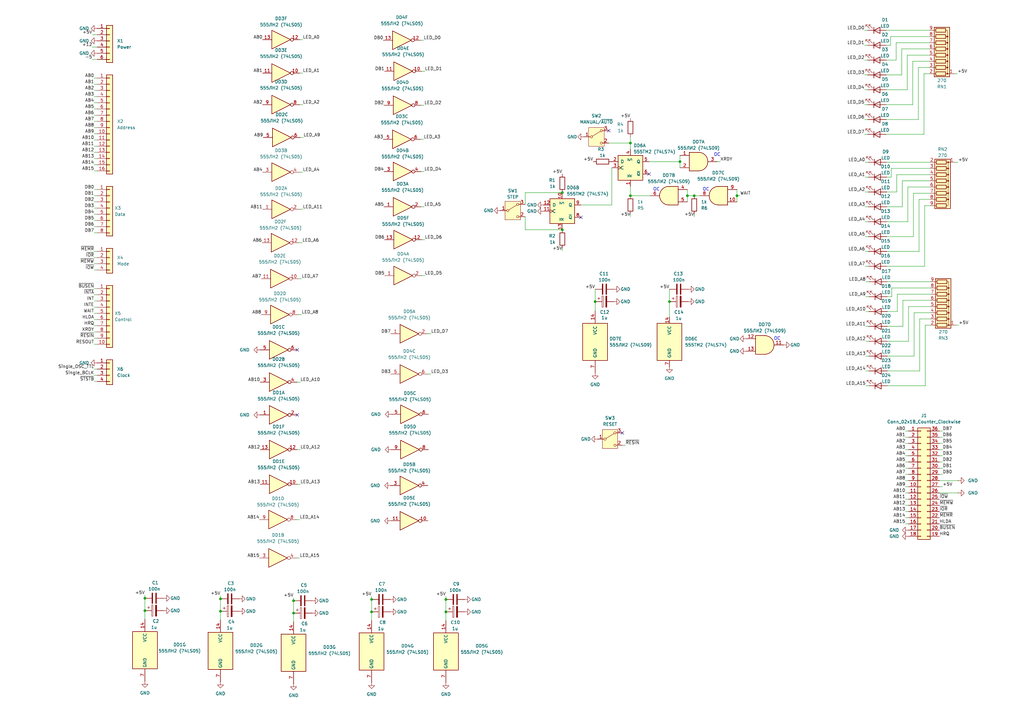
<source format=kicad_sch>
(kicad_sch (version 20231120) (generator "eeschema") (generator_version "8.0")
  (paper "A3")
  (title_block (title "Модуль отладки") (date "2026-01-23") (company "R2AKT") (comment 1 "R2AKT.468221.001") (comment 2 "R2AKT"))
  (lib_symbols
    (symbol "74xx:74LS04"
      (property "Reference" "U" (at 0 1.27 0))
      (property "Value" "74LS04" (at 0 -1.27 0))
      (symbol "74LS04_1_0"
        (pin input line (at -7.62 0 0) (length 3.81) (name "~") (number "1"))
        (pin output inverted (at 7.62 0 180) (length 3.81) (name "~") (number "2"))
      )
      (symbol "74LS04_2_0"
        (pin input line (at -7.62 0 0) (length 3.81) (name "~") (number "3"))
        (pin output inverted (at 7.62 0 180) (length 3.81) (name "~") (number "4"))
      )
      (symbol "74LS04_3_0"
        (pin input line (at -7.62 0 0) (length 3.81) (name "~") (number "5"))
        (pin output inverted (at 7.62 0 180) (length 3.81) (name "~") (number "6"))
      )
      (symbol "74LS04_4_0"
        (pin output inverted (at 7.62 0 180) (length 3.81) (name "~") (number "8"))
        (pin input line (at -7.62 0 0) (length 3.81) (name "~") (number "9"))
      )
      (symbol "74LS04_5_0"
        (pin output inverted (at 7.62 0 180) (length 3.81) (name "~") (number "10"))
        (pin input line (at -7.62 0 0) (length 3.81) (name "~") (number "11"))
      )
      (symbol "74LS04_6_0"
        (pin output inverted (at 7.62 0 180) (length 3.81) (name "~") (number "12"))
        (pin input line (at -7.62 0 0) (length 3.81) (name "~") (number "13"))
      )
      (symbol "74LS04_7_0"
        (pin power_in line (at 0 12.7 270) (length 5.08) (name "VCC") (number "14"))
        (pin power_in line (at 0 -12.7 90) (length 5.08) (name "GND") (number "7"))
      )
    )
    (symbol "74xx:74LS09" (pin_names (offset 1.016))
      (property "Reference" "U" (at 0 1.27 0))
      (property "Value" "74LS09" (at 0 -1.27 0))
      (symbol "74LS09_1_1"
        (pin input line (at -7.62 2.54 0) (length 3.81) (name "~") (number "1"))
        (pin input line (at -7.62 -2.54 0) (length 3.81) (name "~") (number "2"))
        (pin open_collector line (at 7.62 0 180) (length 3.81) (name "~") (number "3"))
      )
      (symbol "74LS09_1_2"
        (pin input inverted (at -7.62 2.54 0) (length 4.318) (name "~") (number "1"))
        (pin input inverted (at -7.62 -2.54 0) (length 4.318) (name "~") (number "2"))
        (pin output inverted (at 7.62 0 180) (length 3.81) (name "~") (number "3"))
      )
      (symbol "74LS09_2_1"
        (pin input line (at -7.62 2.54 0) (length 3.81) (name "~") (number "4"))
        (pin input line (at -7.62 -2.54 0) (length 3.81) (name "~") (number "5"))
        (pin open_collector line (at 7.62 0 180) (length 3.81) (name "~") (number "6"))
      )
      (symbol "74LS09_2_2"
        (pin input inverted (at -7.62 2.54 0) (length 4.318) (name "~") (number "4"))
        (pin input inverted (at -7.62 -2.54 0) (length 4.318) (name "~") (number "5"))
        (pin output inverted (at 7.62 0 180) (length 3.81) (name "~") (number "6"))
      )
      (symbol "74LS09_3_1"
        (pin input line (at -7.62 -2.54 0) (length 3.81) (name "~") (number "10"))
        (pin open_collector line (at 7.62 0 180) (length 3.81) (name "~") (number "8"))
        (pin input line (at -7.62 2.54 0) (length 3.81) (name "~") (number "9"))
      )
      (symbol "74LS09_3_2"
        (pin input inverted (at -7.62 -2.54 0) (length 4.318) (name "~") (number "10"))
        (pin output inverted (at 7.62 0 180) (length 3.81) (name "~") (number "8"))
        (pin input inverted (at -7.62 2.54 0) (length 4.318) (name "~") (number "9"))
      )
      (symbol "74LS09_4_1"
        (pin open_collector line (at 7.62 0 180) (length 3.81) (name "~") (number "11"))
        (pin input line (at -7.62 2.54 0) (length 3.81) (name "~") (number "12"))
        (pin input line (at -7.62 -2.54 0) (length 3.81) (name "~") (number "13"))
      )
      (symbol "74LS09_4_2"
        (pin output inverted (at 7.62 0 180) (length 3.81) (name "~") (number "11"))
        (pin input inverted (at -7.62 2.54 0) (length 4.318) (name "~") (number "12"))
        (pin input inverted (at -7.62 -2.54 0) (length 4.318) (name "~") (number "13"))
      )
      (symbol "74LS09_5_0"
        (pin power_in line (at 0 12.7 270) (length 5.08) (name "VCC") (number "14"))
        (pin power_in line (at 0 -12.7 90) (length 5.08) (name "GND") (number "7"))
      )
    )
    (symbol "74xx:74LS74" (pin_names (offset 1.016))
      (property "Reference" "U" (at -7.62 8.89 0))
      (property "Value" "74LS74" (at -7.62 -8.89 0))
      (symbol "74LS74_1_0"
        (pin input line (at 0 -7.62 90) (length 2.54) (name "~{R}") (number "1"))
        (pin input line (at -7.62 2.54 0) (length 2.54) (name "D") (number "2"))
        (pin input clock (at -7.62 0 0) (length 2.54) (name "C") (number "3"))
        (pin input line (at 0 7.62 270) (length 2.54) (name "~{S}") (number "4"))
        (pin output line (at 7.62 2.54 180) (length 2.54) (name "Q") (number "5"))
        (pin output line (at 7.62 -2.54 180) (length 2.54) (name "~{Q}") (number "6"))
      )
      (symbol "74LS74_2_0"
        (pin input line (at 0 7.62 270) (length 2.54) (name "~{S}") (number "10"))
        (pin input clock (at -7.62 0 0) (length 2.54) (name "C") (number "11"))
        (pin input line (at -7.62 2.54 0) (length 2.54) (name "D") (number "12"))
        (pin input line (at 0 -7.62 90) (length 2.54) (name "~{R}") (number "13"))
        (pin output line (at 7.62 -2.54 180) (length 2.54) (name "~{Q}") (number "8"))
        (pin output line (at 7.62 2.54 180) (length 2.54) (name "Q") (number "9"))
      )
      (symbol "74LS74_3_0"
        (pin power_in line (at 0 10.16 270) (length 2.54) (name "VCC") (number "14"))
        (pin power_in line (at 0 -10.16 90) (length 2.54) (name "GND") (number "7"))
      )
    )
    (symbol "Connector_Generic:Conn_01x04" (pin_names (offset 1.016) hide)
      (property "Reference" "J" (at 0 5.08 0))
      (property "Value" "Conn_01x04" (at 0 -7.62 0))
      (symbol "Conn_01x04_1_1"
        (pin passive line (at -5.08 2.54 0) (length 3.81) (name "Pin_1") (number "1"))
        (pin passive line (at -5.08 0 0) (length 3.81) (name "Pin_2") (number "2"))
        (pin passive line (at -5.08 -2.54 0) (length 3.81) (name "Pin_3") (number "3"))
        (pin passive line (at -5.08 -5.08 0) (length 3.81) (name "Pin_4") (number "4"))
      )
    )
    (symbol "Connector_Generic:Conn_01x06" (pin_names (offset 1.016) hide)
      (property "Reference" "J" (at 0 7.62 0))
      (property "Value" "Conn_01x06" (at 0 -10.16 0))
      (symbol "Conn_01x06_1_1"
        (pin passive line (at -5.08 5.08 0) (length 3.81) (name "Pin_1") (number "1"))
        (pin passive line (at -5.08 2.54 0) (length 3.81) (name "Pin_2") (number "2"))
        (pin passive line (at -5.08 0 0) (length 3.81) (name "Pin_3") (number "3"))
        (pin passive line (at -5.08 -2.54 0) (length 3.81) (name "Pin_4") (number "4"))
        (pin passive line (at -5.08 -5.08 0) (length 3.81) (name "Pin_5") (number "5"))
        (pin passive line (at -5.08 -7.62 0) (length 3.81) (name "Pin_6") (number "6"))
      )
    )
    (symbol "Connector_Generic:Conn_01x08" (pin_names (offset 1.016) hide)
      (property "Reference" "J" (at 0 10.16 0))
      (property "Value" "Conn_01x08" (at 0 -12.7 0))
      (symbol "Conn_01x08_1_1"
        (pin passive line (at -5.08 7.62 0) (length 3.81) (name "Pin_1") (number "1"))
        (pin passive line (at -5.08 5.08 0) (length 3.81) (name "Pin_2") (number "2"))
        (pin passive line (at -5.08 2.54 0) (length 3.81) (name "Pin_3") (number "3"))
        (pin passive line (at -5.08 0 0) (length 3.81) (name "Pin_4") (number "4"))
        (pin passive line (at -5.08 -2.54 0) (length 3.81) (name "Pin_5") (number "5"))
        (pin passive line (at -5.08 -5.08 0) (length 3.81) (name "Pin_6") (number "6"))
        (pin passive line (at -5.08 -7.62 0) (length 3.81) (name "Pin_7") (number "7"))
        (pin passive line (at -5.08 -10.16 0) (length 3.81) (name "Pin_8") (number "8"))
      )
    )
    (symbol "Connector_Generic:Conn_01x10" (pin_names (offset 1.016) hide)
      (property "Reference" "J" (at 0 12.7 0))
      (property "Value" "Conn_01x10" (at 0 -15.24 0))
      (symbol "Conn_01x10_1_1"
        (pin passive line (at -5.08 10.16 0) (length 3.81) (name "Pin_1") (number "1"))
        (pin passive line (at -5.08 -12.7 0) (length 3.81) (name "Pin_10") (number "10"))
        (pin passive line (at -5.08 7.62 0) (length 3.81) (name "Pin_2") (number "2"))
        (pin passive line (at -5.08 5.08 0) (length 3.81) (name "Pin_3") (number "3"))
        (pin passive line (at -5.08 2.54 0) (length 3.81) (name "Pin_4") (number "4"))
        (pin passive line (at -5.08 0 0) (length 3.81) (name "Pin_5") (number "5"))
        (pin passive line (at -5.08 -2.54 0) (length 3.81) (name "Pin_6") (number "6"))
        (pin passive line (at -5.08 -5.08 0) (length 3.81) (name "Pin_7") (number "7"))
        (pin passive line (at -5.08 -7.62 0) (length 3.81) (name "Pin_8") (number "8"))
        (pin passive line (at -5.08 -10.16 0) (length 3.81) (name "Pin_9") (number "9"))
      )
    )
    (symbol "Connector_Generic:Conn_01x16" (pin_names (offset 1.016) hide)
      (property "Reference" "J" (at 0 20.32 0))
      (property "Value" "Conn_01x16" (at 0 -22.86 0))
      (symbol "Conn_01x16_1_1"
        (pin passive line (at -5.08 17.78 0) (length 3.81) (name "Pin_1") (number "1"))
        (pin passive line (at -5.08 -5.08 0) (length 3.81) (name "Pin_10") (number "10"))
        (pin passive line (at -5.08 -7.62 0) (length 3.81) (name "Pin_11") (number "11"))
        (pin passive line (at -5.08 -10.16 0) (length 3.81) (name "Pin_12") (number "12"))
        (pin passive line (at -5.08 -12.7 0) (length 3.81) (name "Pin_13") (number "13"))
        (pin passive line (at -5.08 -15.24 0) (length 3.81) (name "Pin_14") (number "14"))
        (pin passive line (at -5.08 -17.78 0) (length 3.81) (name "Pin_15") (number "15"))
        (pin passive line (at -5.08 -20.32 0) (length 3.81) (name "Pin_16") (number "16"))
        (pin passive line (at -5.08 15.24 0) (length 3.81) (name "Pin_2") (number "2"))
        (pin passive line (at -5.08 12.7 0) (length 3.81) (name "Pin_3") (number "3"))
        (pin passive line (at -5.08 10.16 0) (length 3.81) (name "Pin_4") (number "4"))
        (pin passive line (at -5.08 7.62 0) (length 3.81) (name "Pin_5") (number "5"))
        (pin passive line (at -5.08 5.08 0) (length 3.81) (name "Pin_6") (number "6"))
        (pin passive line (at -5.08 2.54 0) (length 3.81) (name "Pin_7") (number "7"))
        (pin passive line (at -5.08 0 0) (length 3.81) (name "Pin_8") (number "8"))
        (pin passive line (at -5.08 -2.54 0) (length 3.81) (name "Pin_9") (number "9"))
      )
    )
    (symbol "Connector_Generic:Conn_02x18_Counter_Clockwise" (pin_names (offset 1.016) hide)
      (property "Reference" "J" (at 1.27 22.86 0))
      (property "Value" "Conn_02x18_Counter_Clockwise" (at 1.27 -25.4 0))
      (symbol "Conn_02x18_Counter_Clockwise_1_1"
        (pin passive line (at -5.08 20.32 0) (length 3.81) (name "Pin_1") (number "1"))
        (pin passive line (at -5.08 -2.54 0) (length 3.81) (name "Pin_10") (number "10"))
        (pin passive line (at -5.08 -5.08 0) (length 3.81) (name "Pin_11") (number "11"))
        (pin passive line (at -5.08 -7.62 0) (length 3.81) (name "Pin_12") (number "12"))
        (pin passive line (at -5.08 -10.16 0) (length 3.81) (name "Pin_13") (number "13"))
        (pin passive line (at -5.08 -12.7 0) (length 3.81) (name "Pin_14") (number "14"))
        (pin passive line (at -5.08 -15.24 0) (length 3.81) (name "Pin_15") (number "15"))
        (pin passive line (at -5.08 -17.78 0) (length 3.81) (name "Pin_16") (number "16"))
        (pin passive line (at -5.08 -20.32 0) (length 3.81) (name "Pin_17") (number "17"))
        (pin passive line (at -5.08 -22.86 0) (length 3.81) (name "Pin_18") (number "18"))
        (pin passive line (at 7.62 -22.86 180) (length 3.81) (name "Pin_19") (number "19"))
        (pin passive line (at -5.08 17.78 0) (length 3.81) (name "Pin_2") (number "2"))
        (pin passive line (at 7.62 -20.32 180) (length 3.81) (name "Pin_20") (number "20"))
        (pin passive line (at 7.62 -17.78 180) (length 3.81) (name "Pin_21") (number "21"))
        (pin passive line (at 7.62 -15.24 180) (length 3.81) (name "Pin_22") (number "22"))
        (pin passive line (at 7.62 -12.7 180) (length 3.81) (name "Pin_23") (number "23"))
        (pin passive line (at 7.62 -10.16 180) (length 3.81) (name "Pin_24") (number "24"))
        (pin passive line (at 7.62 -7.62 180) (length 3.81) (name "Pin_25") (number "25"))
        (pin passive line (at 7.62 -5.08 180) (length 3.81) (name "Pin_26") (number "26"))
        (pin passive line (at 7.62 -2.54 180) (length 3.81) (name "Pin_27") (number "27"))
        (pin passive line (at 7.62 0 180) (length 3.81) (name "Pin_28") (number "28"))
        (pin passive line (at 7.62 2.54 180) (length 3.81) (name "Pin_29") (number "29"))
        (pin passive line (at -5.08 15.24 0) (length 3.81) (name "Pin_3") (number "3"))
        (pin passive line (at 7.62 5.08 180) (length 3.81) (name "Pin_30") (number "30"))
        (pin passive line (at 7.62 7.62 180) (length 3.81) (name "Pin_31") (number "31"))
        (pin passive line (at 7.62 10.16 180) (length 3.81) (name "Pin_32") (number "32"))
        (pin passive line (at 7.62 12.7 180) (length 3.81) (name "Pin_33") (number "33"))
        (pin passive line (at 7.62 15.24 180) (length 3.81) (name "Pin_34") (number "34"))
        (pin passive line (at 7.62 17.78 180) (length 3.81) (name "Pin_35") (number "35"))
        (pin passive line (at 7.62 20.32 180) (length 3.81) (name "Pin_36") (number "36"))
        (pin passive line (at -5.08 12.7 0) (length 3.81) (name "Pin_4") (number "4"))
        (pin passive line (at -5.08 10.16 0) (length 3.81) (name "Pin_5") (number "5"))
        (pin passive line (at -5.08 7.62 0) (length 3.81) (name "Pin_6") (number "6"))
        (pin passive line (at -5.08 5.08 0) (length 3.81) (name "Pin_7") (number "7"))
        (pin passive line (at -5.08 2.54 0) (length 3.81) (name "Pin_8") (number "8"))
        (pin passive line (at -5.08 0 0) (length 3.81) (name "Pin_9") (number "9"))
      )
    )
    (symbol "Device:C" (pin_numbers hide) (pin_names (offset 0.254))
      (property "Reference" "C" (at 0.635 2.54 0))
      (property "Value" "C" (at 0.635 -2.54 0))
      (symbol "C_1_1"
        (pin passive line (at 0 3.81 270) (length 2.794) (name "~") (number "1"))
        (pin passive line (at 0 -3.81 90) (length 2.794) (name "~") (number "2"))
      )
    )
    (symbol "Device:C_Polarized" (pin_numbers hide) (pin_names (offset 0.254))
      (property "Reference" "C" (at 0.635 2.54 0))
      (property "Value" "C_Polarized" (at 0.635 -2.54 0))
      (symbol "C_Polarized_1_1"
        (pin passive line (at 0 3.81 270) (length 2.794) (name "~") (number "1"))
        (pin passive line (at 0 -3.81 90) (length 2.794) (name "~") (number "2"))
      )
    )
    (symbol "Device:LED" (pin_numbers hide) (pin_names (offset 1.016) hide)
      (property "Reference" "D" (at 0 2.54 0))
      (property "Value" "LED" (at 0 -2.54 0))
      (symbol "LED_1_1"
        (pin passive line (at -3.81 0 0) (length 2.54) (name "K") (number "1"))
        (pin passive line (at 3.81 0 180) (length 2.54) (name "A") (number "2"))
      )
    )
    (symbol "Device:R" (pin_numbers hide) (pin_names (offset 0))
      (property "Reference" "R" (at 2.032 0 90))
      (property "Value" "R" (at 0 0 90))
      (symbol "R_1_1"
        (pin passive line (at 0 3.81 270) (length 1.27) (name "~") (number "1"))
        (pin passive line (at 0 -3.81 90) (length 1.27) (name "~") (number "2"))
      )
    )
    (symbol "Device:R_Network08" (pin_names (offset 0) hide)
      (property "Reference" "RN" (at -12.7 0 90))
      (property "Value" "R_Network08" (at 10.16 0 90))
      (symbol "R_Network08_1_1"
        (pin passive line (at -10.16 5.08 270) (length 2.54) (name "common") (number "1"))
        (pin passive line (at -10.16 -5.08 90) (length 1.27) (name "R1") (number "2"))
        (pin passive line (at -7.62 -5.08 90) (length 1.27) (name "R2") (number "3"))
        (pin passive line (at -5.08 -5.08 90) (length 1.27) (name "R3") (number "4"))
        (pin passive line (at -2.54 -5.08 90) (length 1.27) (name "R4") (number "5"))
        (pin passive line (at 0 -5.08 90) (length 1.27) (name "R5") (number "6"))
        (pin passive line (at 2.54 -5.08 90) (length 1.27) (name "R6") (number "7"))
        (pin passive line (at 5.08 -5.08 90) (length 1.27) (name "R7") (number "8"))
        (pin passive line (at 7.62 -5.08 90) (length 1.27) (name "R8") (number "9"))
      )
    )
    (symbol "Switch:SW_Wuerth_450301014042" (pin_names (offset 1) hide)
      (property "Reference" "SW" (at 0 5.08 0))
      (property "Value" "SW_Wuerth_450301014042" (at 0 -5.08 0))
      (symbol "SW_Wuerth_450301014042_1_1"
        (pin passive line (at -5.08 0 0) (length 2.54) (name "B") (number "1"))
        (pin passive line (at 5.08 -2.54 180) (length 2.54) (name "C") (number "2"))
        (pin passive line (at 5.08 2.54 180) (length 2.54) (name "A") (number "3"))
      )
    )
    (symbol "power:GND" (power) (pin_numbers hide) (pin_names (offset 0) hide)
      (property "Value" "GND" (at 0 -3.81 0))
      (symbol "GND_1_1"
        (pin power_in line (at 0 0 270) (length 0) (name "~") (number "1"))
      )
    )
  )
  (junction (at 281.94 80.264))
  (junction (at 120.396 251.46))
  (junction (at 278.892 66.294))
  (junction (at 182.88 250.952))
  (junction (at 258.572 58.674))
  (junction (at 230.632 94.234))
  (junction (at 230.632 78.994))
  (junction (at 90.424 250.698))
  (junction (at 90.424 245.618))
  (junction (at 274.574 123.698))
  (junction (at 152.4 245.872))
  (junction (at 302.26 80.264))
  (junction (at 120.396 246.38))
  (junction (at 258.572 80.264))
  (junction (at 59.436 250.444))
  (junction (at 284.734 80.264))
  (junction (at 244.094 123.698))
  (junction (at 59.436 245.364))
  (junction (at 182.88 245.872))
  (junction (at 152.4 250.952))
  (no_connect (at 238.252 89.154))
  (no_connect (at 255.27 177.546))
  (no_connect (at 121.92 143.51))
  (no_connect (at 266.192 71.374))
  (no_connect (at 249.682 53.594))
  (no_connect (at 121.92 170.18))
  (wire (pts (xy 274.574 123.698) (xy 274.574 130.048)))
  (wire (pts (xy 381.508 81.788) (xy 376.936 81.788)))
  (wire (pts (xy 59.436 250.444) (xy 59.436 254)))
  (wire (pts (xy 176.784 136.906) (xy 175.514 136.906)))
  (wire (pts (xy 287.02 80.264) (xy 284.734 80.264)))
  (wire (pts (xy 355.092 139.954) (xy 356.362 139.954)))
  (wire (pts (xy 354.584 36.83) (xy 355.854 36.83)))
  (wire (pts (xy 39.878 120.904) (xy 38.608 120.904)))
  (wire (pts (xy 379.222 84.328) (xy 381.508 84.328)))
  (wire (pts (xy 39.878 138.684) (xy 38.608 138.684)))
  (wire (pts (xy 386.588 199.644) (xy 385.318 199.644)))
  (wire (pts (xy 372.364 76.708) (xy 372.364 90.932)))
  (wire (pts (xy 39.878 85.344) (xy 38.608 85.344)))
  (wire (pts (xy 215.392 88.9) (xy 215.392 94.234)))
  (wire (pts (xy 355.092 158.242) (xy 356.362 158.242)))
  (wire (pts (xy 182.88 245.872) (xy 182.88 250.952)))
  (wire (pts (xy 294.132 66.294) (xy 295.402 66.294)))
  (wire (pts (xy 386.588 176.784) (xy 385.318 176.784)))
  (wire (pts (xy 354.584 49.022) (xy 355.854 49.022)))
  (wire (pts (xy 381.254 25.146) (xy 374.396 25.146)))
  (wire (pts (xy 379.476 158.242) (xy 363.982 158.242)))
  (wire (pts (xy 372.364 90.932) (xy 363.728 90.932)))
  (wire (pts (xy 39.878 92.964) (xy 38.608 92.964)))
  (wire (pts (xy 355.092 121.666) (xy 356.362 121.666)))
  (wire (pts (xy 39.878 62.484) (xy 38.608 62.484)))
  (wire (pts (xy 249.682 58.674) (xy 258.572 58.674)))
  (wire (pts (xy 379.476 133.35) (xy 379.476 158.242)))
  (wire (pts (xy 124.206 29.972) (xy 122.936 29.972)))
  (wire (pts (xy 355.092 133.858) (xy 356.362 133.858)))
  (wire (pts (xy 354.838 90.932) (xy 356.108 90.932)))
  (wire (pts (xy 355.092 152.146) (xy 356.362 152.146)))
  (wire (pts (xy 378.968 55.118) (xy 363.474 55.118)))
  (wire (pts (xy 39.878 123.444) (xy 38.608 123.444)))
  (wire (pts (xy 39.878 52.324) (xy 38.608 52.324)))
  (wire (pts (xy 284.734 80.264) (xy 281.94 80.264)))
  (wire (pts (xy 123.19 156.718) (xy 121.92 156.718)))
  (wire (pts (xy 386.588 184.404) (xy 385.318 184.404)))
  (wire (pts (xy 173.99 84.836) (xy 172.72 84.836)))
  (wire (pts (xy 392.938 202.184) (xy 385.318 202.184)))
  (wire (pts (xy 258.572 58.674) (xy 258.572 61.214)))
  (wire (pts (xy 37.846 14.224) (xy 39.878 14.224)))
  (wire (pts (xy 381.508 69.088) (xy 365.506 69.088)))
  (wire (pts (xy 378.968 30.226) (xy 381.254 30.226)))
  (wire (pts (xy 123.952 99.568) (xy 122.682 99.568)))
  (wire (pts (xy 374.904 146.05) (xy 363.982 146.05)))
  (wire (pts (xy 381.508 66.548) (xy 363.728 66.548)))
  (wire (pts (xy 120.396 251.46) (xy 120.396 255.016)))
  (wire (pts (xy 368.046 127.762) (xy 363.982 127.762)))
  (wire (pts (xy 371.348 204.724) (xy 372.618 204.724)))
  (wire (pts (xy 354.838 72.644) (xy 356.108 72.644)))
  (wire (pts (xy 250.952 84.074) (xy 250.952 68.834)))
  (wire (pts (xy 176.784 153.416) (xy 175.514 153.416)))
  (wire (pts (xy 379.222 109.22) (xy 363.728 109.22)))
  (wire (pts (xy 152.4 245.872) (xy 152.4 250.952)))
  (wire (pts (xy 367.538 24.638) (xy 363.474 24.638)))
  (wire (pts (xy 39.878 103.124) (xy 38.608 103.124)))
  (wire (pts (xy 354.838 97.028) (xy 356.108 97.028)))
  (wire (pts (xy 370.332 133.858) (xy 363.982 133.858)))
  (wire (pts (xy 152.4 244.602) (xy 152.4 245.872)))
  (wire (pts (xy 39.878 67.564) (xy 38.608 67.564)))
  (wire (pts (xy 381.254 12.446) (xy 363.474 12.446)))
  (wire (pts (xy 90.424 245.618) (xy 90.424 250.698)))
  (wire (pts (xy 182.88 244.602) (xy 182.88 245.872)))
  (wire (pts (xy 377.19 130.81) (xy 377.19 152.146)))
  (wire (pts (xy 355.092 146.05) (xy 356.362 146.05)))
  (wire (pts (xy 120.396 245.11) (xy 120.396 246.38)))
  (wire (pts (xy 371.348 214.884) (xy 372.618 214.884)))
  (wire (pts (xy 39.878 125.984) (xy 38.608 125.984)))
  (wire (pts (xy 386.588 189.484) (xy 385.318 189.484)))
  (wire (pts (xy 381.762 120.65) (xy 368.046 120.65)))
  (wire (pts (xy 59.436 245.364) (xy 59.436 250.444)))
  (wire (pts (xy 256.54 182.626) (xy 255.27 182.626)))
  (wire (pts (xy 39.878 141.224) (xy 38.608 141.224)))
  (wire (pts (xy 367.792 71.628) (xy 367.792 78.74)))
  (wire (pts (xy 365.252 18.542) (xy 363.474 18.542)))
  (wire (pts (xy 369.824 20.066) (xy 369.824 30.734)))
  (wire (pts (xy 354.584 24.638) (xy 355.854 24.638)))
  (wire (pts (xy 371.348 192.024) (xy 372.618 192.024)))
  (wire (pts (xy 173.736 57.15) (xy 172.466 57.15)))
  (wire (pts (xy 371.348 181.864) (xy 372.618 181.864)))
  (wire (pts (xy 381.762 130.81) (xy 377.19 130.81)))
  (wire (pts (xy 39.878 57.404) (xy 38.608 57.404)))
  (wire (pts (xy 381.254 22.606) (xy 372.11 22.606)))
  (wire (pts (xy 258.572 80.264) (xy 266.7 80.264)))
  (wire (pts (xy 244.094 123.698) (xy 244.094 127.508)))
  (wire (pts (xy 354.584 18.542) (xy 355.854 18.542)))
  (wire (pts (xy 370.078 74.168) (xy 370.078 84.836)))
  (wire (pts (xy 38.608 136.144) (xy 39.878 136.144)))
  (wire (pts (xy 374.396 25.146) (xy 374.396 42.926)))
  (wire (pts (xy 173.736 16.51) (xy 172.466 16.51)))
  (wire (pts (xy 123.19 198.628) (xy 121.92 198.628)))
  (wire (pts (xy 39.878 59.944) (xy 38.608 59.944)))
  (wire (pts (xy 371.348 197.104) (xy 372.618 197.104)))
  (wire (pts (xy 381.254 27.686) (xy 376.682 27.686)))
  (wire (pts (xy 374.65 79.248) (xy 374.65 97.028)))
  (wire (pts (xy 386.588 186.944) (xy 385.318 186.944)))
  (wire (pts (xy 258.572 88.9) (xy 258.572 87.884)))
  (wire (pts (xy 365.76 118.11) (xy 365.76 121.666)))
  (wire (pts (xy 278.892 63.754) (xy 278.892 66.294)))
  (wire (pts (xy 354.584 30.734) (xy 355.854 30.734)))
  (wire (pts (xy 39.878 87.884) (xy 38.608 87.884)))
  (wire (pts (xy 386.588 179.324) (xy 385.318 179.324)))
  (wire (pts (xy 39.878 47.244) (xy 38.608 47.244)))
  (wire (pts (xy 381.762 118.11) (xy 365.76 118.11)))
  (wire (pts (xy 173.99 70.358) (xy 172.72 70.358)))
  (wire (pts (xy 123.698 129.032) (xy 122.428 129.032)))
  (wire (pts (xy 354.584 55.118) (xy 355.854 55.118)))
  (wire (pts (xy 215.392 78.994) (xy 230.632 78.994)))
  (wire (pts (xy 392.938 66.548) (xy 391.668 66.548)))
  (wire (pts (xy 123.698 114.3) (xy 122.428 114.3)))
  (wire (pts (xy 371.348 199.644) (xy 372.618 199.644)))
  (wire (pts (xy 381.762 128.27) (xy 374.904 128.27)))
  (wire (pts (xy 39.878 80.264) (xy 38.608 80.264)))
  (wire (pts (xy 39.878 54.864) (xy 38.608 54.864)))
  (wire (pts (xy 174.244 29.21) (xy 172.974 29.21)))
  (wire (pts (xy 371.348 194.564) (xy 372.618 194.564)))
  (wire (pts (xy 376.936 103.124) (xy 363.728 103.124)))
  (wire (pts (xy 365.506 69.088) (xy 365.506 72.644)))
  (wire (pts (xy 123.19 184.404) (xy 121.92 184.404)))
  (wire (pts (xy 381.762 123.19) (xy 370.332 123.19)))
  (wire (pts (xy 371.348 212.344) (xy 372.618 212.344)))
  (wire (pts (xy 370.332 123.19) (xy 370.332 133.858)))
  (wire (pts (xy 381.508 79.248) (xy 374.65 79.248)))
  (wire (pts (xy 39.878 82.804) (xy 38.608 82.804)))
  (wire (pts (xy 370.078 84.836) (xy 363.728 84.836)))
  (wire (pts (xy 354.584 12.446) (xy 355.854 12.446)))
  (wire (pts (xy 371.348 179.324) (xy 372.618 179.324)))
  (wire (pts (xy 258.572 56.134) (xy 258.572 58.674)))
  (wire (pts (xy 381.508 76.708) (xy 372.364 76.708)))
  (wire (pts (xy 37.846 24.384) (xy 39.878 24.384)))
  (wire (pts (xy 371.348 176.784) (xy 372.618 176.784)))
  (wire (pts (xy 173.99 43.18) (xy 172.72 43.18)))
  (wire (pts (xy 39.878 105.664) (xy 38.608 105.664)))
  (wire (pts (xy 39.878 77.724) (xy 38.608 77.724)))
  (wire (pts (xy 374.396 42.926) (xy 363.474 42.926)))
  (wire (pts (xy 39.878 156.464) (xy 38.608 156.464)))
  (wire (pts (xy 124.46 56.388) (xy 123.19 56.388)))
  (wire (pts (xy 371.348 189.484) (xy 372.618 189.484)))
  (wire (pts (xy 215.392 83.82) (xy 215.392 78.994)))
  (wire (pts (xy 152.4 250.952) (xy 152.4 254.508)))
  (wire (pts (xy 258.572 80.264) (xy 258.572 76.454)))
  (wire (pts (xy 381.762 125.73) (xy 372.618 125.73)))
  (wire (pts (xy 376.936 81.788) (xy 376.936 103.124)))
  (wire (pts (xy 381.254 17.526) (xy 367.538 17.526)))
  (wire (pts (xy 392.684 30.226) (xy 391.414 30.226)))
  (wire (pts (xy 244.094 118.618) (xy 244.094 123.698)))
  (wire (pts (xy 381.508 71.628) (xy 367.792 71.628)))
  (wire (pts (xy 392.938 197.104) (xy 385.318 197.104)))
  (wire (pts (xy 365.506 72.644) (xy 363.728 72.644)))
  (wire (pts (xy 303.53 80.264) (xy 302.26 80.264)))
  (wire (pts (xy 124.206 70.612) (xy 122.936 70.612)))
  (wire (pts (xy 39.878 49.784) (xy 38.608 49.784)))
  (wire (pts (xy 266.192 66.294) (xy 278.892 66.294)))
  (wire (pts (xy 281.94 80.264) (xy 281.94 82.804)))
  (wire (pts (xy 124.206 16.256) (xy 122.936 16.256)))
  (wire (pts (xy 367.792 78.74) (xy 363.728 78.74)))
  (wire (pts (xy 230.632 102.87) (xy 230.632 101.854)))
  (wire (pts (xy 372.618 125.73) (xy 372.618 139.954)))
  (wire (pts (xy 215.392 94.234) (xy 230.632 94.234)))
  (wire (pts (xy 371.348 207.264) (xy 372.618 207.264)))
  (wire (pts (xy 39.878 108.204) (xy 38.608 108.204)))
  (wire (pts (xy 372.11 36.83) (xy 363.474 36.83)))
  (wire (pts (xy 174.244 113.03) (xy 172.974 113.03)))
  (wire (pts (xy 302.26 80.264) (xy 302.26 82.804)))
  (wire (pts (xy 378.968 30.226) (xy 378.968 55.118)))
  (wire (pts (xy 365.76 121.666) (xy 363.982 121.666)))
  (wire (pts (xy 39.878 65.024) (xy 38.608 65.024)))
  (wire (pts (xy 374.904 128.27) (xy 374.904 146.05)))
  (wire (pts (xy 122.936 213.106) (xy 121.666 213.106)))
  (wire (pts (xy 379.476 133.35) (xy 381.762 133.35)))
  (wire (pts (xy 174.244 98.298) (xy 172.974 98.298)))
  (wire (pts (xy 39.878 42.164) (xy 38.608 42.164)))
  (wire (pts (xy 372.11 22.606) (xy 372.11 36.83)))
  (wire (pts (xy 39.878 110.744) (xy 38.608 110.744)))
  (wire (pts (xy 371.348 209.804) (xy 372.618 209.804)))
  (wire (pts (xy 386.588 181.864) (xy 385.318 181.864)))
  (wire (pts (xy 354.838 78.74) (xy 356.108 78.74)))
  (wire (pts (xy 381.254 14.986) (xy 365.252 14.986)))
  (wire (pts (xy 374.65 97.028) (xy 363.728 97.028)))
  (wire (pts (xy 39.878 37.084) (xy 38.608 37.084)))
  (wire (pts (xy 381.508 74.168) (xy 370.078 74.168)))
  (wire (pts (xy 39.878 34.544) (xy 38.608 34.544)))
  (wire (pts (xy 379.222 84.328) (xy 379.222 109.22)))
  (wire (pts (xy 38.608 128.524) (xy 39.878 128.524)))
  (wire (pts (xy 372.618 139.954) (xy 363.982 139.954)))
  (wire (pts (xy 365.252 14.986) (xy 365.252 18.542)))
  (wire (pts (xy 381.762 115.57) (xy 363.982 115.57)))
  (wire (pts (xy 371.348 184.404) (xy 372.618 184.404)))
  (wire (pts (xy 59.436 244.094) (xy 59.436 245.364)))
  (wire (pts (xy 354.838 103.124) (xy 356.108 103.124)))
  (wire (pts (xy 182.88 250.952) (xy 182.88 254.508)))
  (wire (pts (xy 355.092 127.762) (xy 356.362 127.762)))
  (wire (pts (xy 124.206 85.852) (xy 122.936 85.852)))
  (wire (pts (xy 354.584 42.926) (xy 355.854 42.926)))
  (wire (pts (xy 39.878 39.624) (xy 38.608 39.624)))
  (wire (pts (xy 376.682 27.686) (xy 376.682 49.022)))
  (wire (pts (xy 354.838 84.836) (xy 356.108 84.836)))
  (wire (pts (xy 38.608 131.064) (xy 39.878 131.064)))
  (wire (pts (xy 376.682 49.022) (xy 363.474 49.022)))
  (wire (pts (xy 122.936 228.854) (xy 121.666 228.854)))
  (wire (pts (xy 39.878 70.104) (xy 38.608 70.104)))
  (wire (pts (xy 278.892 66.294) (xy 278.892 68.834)))
  (wire (pts (xy 354.838 109.22) (xy 356.108 109.22)))
  (wire (pts (xy 274.574 118.618) (xy 274.574 123.698)))
  (wire (pts (xy 284.734 88.9) (xy 284.734 87.884)))
  (wire (pts (xy 90.424 250.698) (xy 90.424 254.254)))
  (wire (pts (xy 124.206 42.926) (xy 122.936 42.926)))
  (wire (pts (xy 369.824 30.734) (xy 363.474 30.734)))
  (wire (pts (xy 39.878 32.004) (xy 38.608 32.004)))
  (wire (pts (xy 381.254 20.066) (xy 369.824 20.066)))
  (wire (pts (xy 38.608 151.384) (xy 39.878 151.384)))
  (wire (pts (xy 39.878 44.704) (xy 38.608 44.704)))
  (wire (pts (xy 386.588 192.024) (xy 385.318 192.024)))
  (wire (pts (xy 371.348 186.944) (xy 372.618 186.944)))
  (wire (pts (xy 39.878 153.924) (xy 38.608 153.924)))
  (wire (pts (xy 238.252 84.074) (xy 250.952 84.074)))
  (wire (pts (xy 354.838 66.548) (xy 356.108 66.548)))
  (wire (pts (xy 38.608 118.364) (xy 39.878 118.364)))
  (wire (pts (xy 355.092 115.57) (xy 356.362 115.57)))
  (wire (pts (xy 368.046 120.65) (xy 368.046 127.762)))
  (wire (pts (xy 90.424 244.348) (xy 90.424 245.618)))
  (wire (pts (xy 393.192 133.35) (xy 391.922 133.35)))
  (wire (pts (xy 38.608 133.604) (xy 39.878 133.604)))
  (wire (pts (xy 120.396 246.38) (xy 120.396 251.46)))
  (wire (pts (xy 371.348 202.184) (xy 372.618 202.184)))
  (wire (pts (xy 302.26 77.724) (xy 302.26 80.264)))
  (wire (pts (xy 367.538 17.526) (xy 367.538 24.638)))
  (wire (pts (xy 39.878 95.504) (xy 38.608 95.504)))
  (wire (pts (xy 37.846 19.304) (xy 39.878 19.304)))
  (wire (pts (xy 377.19 152.146) (xy 363.982 152.146)))
  (wire (pts (xy 39.878 90.424) (xy 38.608 90.424)))
  (wire (pts (xy 386.588 194.564) (xy 385.318 194.564)))
  (wire (pts (xy 281.94 77.724) (xy 281.94 80.264)))
  (text "OC" (at 289.56 77.724 0) (effects (font (size 1.27 1.27))))
  (text "OC" (at 269.24 77.724 0) (effects (font (size 1.27 1.27))))
  (text "OC" (at 294.132 63.5 0) (effects (font (size 1.27 1.27))))
  (text "OC" (at 318.77 138.938 0) (effects (font (size 1.27 1.27))))
  (label "LED_A8" (at 355.092 115.57 180))
  (label "AB12" (at 106.68 184.404 180))
  (label "Single_OSC_TTL" (at 38.608 151.384 180))
  (label "~{STSTB}" (at 38.608 156.464 180))
  (label "AB2" (at 107.696 42.926 180))
  (label "AB1" (at 107.696 29.972 180))
  (label "AB7" (at 107.188 114.3 180))
  (label "~{IOR}" (at 38.608 105.664 180))
  (label "+5V" (at 244.094 118.618 180))
  (label "LED_A3" (at 354.838 84.836 180))
  (label "HRQ" (at 385.318 219.964 0))
  (label "AB2" (at 371.348 181.864 180))
  (label "LED_D5" (at 354.584 42.926 180))
  (label "LED_A5" (at 173.99 84.836 0))
  (label "LED_D4" (at 354.584 36.83 180))
  (label "DB7" (at 160.274 136.906 180))
  (label "LED_A7" (at 354.838 109.22 180))
  (label "~{MEMW}" (at 385.318 207.264 0))
  (label "AB8" (at 107.188 129.032 180))
  (label "AB5" (at 38.608 44.704 180))
  (label "AB0" (at 38.608 32.004 180))
  (label "+5V" (at 230.632 71.374 180))
  (label "LED_A2" (at 354.838 78.74 180))
  (label "LED_D3" (at 354.584 30.734 180))
  (label "LED_A4" (at 354.838 90.932 180))
  (label "LED_A14" (at 122.936 213.106 0))
  (label "~{IOW}" (at 385.318 204.724 0))
  (label "LED_A10" (at 123.19 156.718 0))
  (label "XRDY" (at 38.608 136.144 180))
  (label "LED_D1" (at 174.244 29.21 0))
  (label "LED_A8" (at 123.698 129.032 0))
  (label "LED_A12" (at 355.092 139.954 180))
  (label "AB9" (at 107.95 56.388 180))
  (label "LED_A15" (at 355.092 158.242 180))
  (label "AB13" (at 38.608 65.024 180))
  (label "DB1" (at 157.734 29.21 180))
  (label "LED_A14" (at 355.092 152.146 180))
  (label "WAIT" (at 303.53 80.264 0))
  (label "DB6" (at 386.588 179.324 0))
  (label "Single_BCLK" (at 38.608 153.924 180))
  (label "AB15" (at 38.608 70.104 180))
  (label "LED_D5" (at 174.244 113.03 0))
  (label "INT" (at 38.608 123.444 180))
  (label "AB9" (at 38.608 54.864 180))
  (label "DB1" (at 38.608 80.264 180))
  (label "LED_A11" (at 124.206 85.852 0))
  (label "+5V" (at 243.332 66.294 180))
  (label "AB4" (at 371.348 186.944 180))
  (label "DB6" (at 38.608 92.964 180))
  (label "+5V" (at 386.588 199.644 0))
  (label "LED_A1" (at 354.838 72.644 180))
  (label "AB6" (at 38.608 47.244 180))
  (label "~{MEMR}" (at 385.318 212.344 0))
  (label "-5" (at 37.846 24.384 180))
  (label "AB4" (at 107.696 70.612 180))
  (label "AB4" (at 38.608 42.164 180))
  (label "DB5" (at 38.608 90.424 180))
  (label "LED_D6" (at 354.584 49.022 180))
  (label "HRQ" (at 38.608 133.604 180))
  (label "~{BUSEN}" (at 385.318 217.424 0))
  (label "WAIT" (at 38.608 128.524 180))
  (label "AB15" (at 371.348 214.884 180))
  (label "AB3" (at 371.348 184.404 180))
  (label "DB6" (at 157.734 98.298 180))
  (label "~{RESIN}" (at 256.54 182.626 0))
  (label "~{BUSEN}" (at 38.608 118.364 180))
  (label "~{IOW}" (at 38.608 110.744 180))
  (label "+5V" (at 392.684 30.226 0))
  (label "AB6" (at 107.442 99.568 180))
  (label "AB10" (at 106.68 156.718 180))
  (label "+5V" (at 120.396 245.11 180))
  (label "LED_A5" (at 354.838 97.028 180))
  (label "LED_D4" (at 173.99 70.358 0))
  (label "HLDA" (at 385.318 214.884 0))
  (label "+5V" (at 258.572 48.514 180))
  (label "AB10" (at 371.348 202.184 180))
  (label "LED_A9" (at 355.092 121.666 180))
  (label "DB5" (at 386.588 181.864 0))
  (label "LED_A13" (at 355.092 146.05 180))
  (label "AB0" (at 371.348 176.784 180))
  (label "AB3" (at 38.608 39.624 180))
  (label "+5V" (at 393.192 133.35 0))
  (label "AB9" (at 371.348 199.644 180))
  (label "LED_D1" (at 354.584 18.542 180))
  (label "AB5" (at 157.48 84.836 180))
  (label "LED_A11" (at 355.092 133.858 180))
  (label "LED_A7" (at 123.698 114.3 0))
  (label "+5V" (at 152.4 244.602 180))
  (label "+5V" (at 274.574 118.618 180))
  (label "RESOUT" (at 38.608 141.224 180))
  (label "LED_A9" (at 124.46 56.388 0))
  (label "DB4" (at 157.48 70.358 180))
  (label "LED_D2" (at 173.99 43.18 0))
  (label "DB0" (at 386.588 194.564 0))
  (label "LED_D0" (at 173.736 16.51 0))
  (label "AB11" (at 107.696 85.852 180))
  (label "DB3" (at 38.608 85.344 180))
  (label "LED_A6" (at 123.952 99.568 0))
  (label "AB14" (at 38.608 67.564 180))
  (label "XRDY" (at 295.402 66.294 0))
  (label "DB1" (at 386.588 192.024 0))
  (label "+5V" (at 230.632 102.87 180))
  (label "AB1" (at 38.608 34.544 180))
  (label "DB2" (at 38.608 82.804 180))
  (label "+5V" (at 258.572 88.9 180))
  (label "DB2" (at 157.48 43.18 180))
  (label "LED_D6" (at 174.244 98.298 0))
  (label "AB13" (at 371.348 209.804 180))
  (label "LED_D7" (at 354.584 55.118 180))
  (label "DB2" (at 386.588 189.484 0))
  (label "~{MEMR}" (at 38.608 103.124 180))
  (label "AB8" (at 38.608 52.324 180))
  (label "LED_A0" (at 354.838 66.548 180))
  (label "AB2" (at 38.608 37.084 180))
  (label "INTE" (at 38.608 125.984 180))
  (label "DB7" (at 38.608 95.504 180))
  (label "AB11" (at 371.348 204.724 180))
  (label "LED_A3" (at 173.736 57.15 0))
  (label "AB10" (at 38.608 57.404 180))
  (label "+5V" (at 284.734 88.9 180))
  (label "AB15" (at 106.426 228.854 180))
  (label "DB3" (at 386.588 186.944 0))
  (label "LED_A15" (at 122.936 228.854 0))
  (label "LED_A13" (at 123.19 198.628 0))
  (label "AB0" (at 107.696 16.256 180))
  (label "HLDA" (at 38.608 131.064 180))
  (label "AB12" (at 371.348 207.264 180))
  (label "AB14" (at 106.426 213.106 180))
  (label "LED_A6" (at 354.838 103.124 180))
  (label "AB14" (at 371.348 212.344 180))
  (label "DB4" (at 38.608 87.884 180))
  (label "+5V" (at 59.436 244.094 180))
  (label "LED_A10" (at 355.092 127.762 180))
  (label "~{INTA}" (at 38.608 120.904 180))
  (label "DB4" (at 386.588 184.404 0))
  (label "AB3" (at 157.226 57.15 180))
  (label "LED_D0" (at 354.584 12.446 180))
  (label "AB11" (at 38.608 59.944 180))
  (label "LED_A12" (at 123.19 184.404 0))
  (label "~{MEMW}" (at 38.608 108.204 180))
  (label "LED_D3" (at 176.784 153.416 0))
  (label "+5V" (at 392.938 66.548 0))
  (label "LED_D2" (at 354.584 24.638 180))
  (label "LED_D7" (at 176.784 136.906 0))
  (label "AB8" (at 371.348 197.104 180))
  (label "+5V" (at 182.88 244.602 180))
  (label "AB6" (at 371.348 192.024 180))
  (label "+12" (at 37.846 19.304 180))
  (label "LED_A0" (at 124.206 16.256 0))
  (label "LED_A2" (at 124.206 42.926 0))
  (label "DB3" (at 160.274 153.416 180))
  (label "AB5" (at 371.348 189.484 180))
  (label "AB7" (at 371.348 194.564 180))
  (label "~{RESIN}" (at 38.608 138.684 180))
  (label "AB1" (at 371.348 179.324 180))
  (label "+5V" (at 37.846 14.224 180))
  (label "AB7" (at 38.608 49.784 180))
  (label "DB0" (at 157.226 16.51 180))
  (label "AB13" (at 106.68 198.628 180))
  (label "DB5" (at 157.734 113.03 180))
  (label "LED_A1" (at 124.206 29.972 0))
  (label "+5V" (at 90.424 244.348 180))
  (label "~{IOR}" (at 385.318 209.804 0))
  (label "LED_A4" (at 124.206 70.612 0))
  (label "DB7" (at 386.588 176.784 0))
  (label "AB12" (at 38.608 62.484 180))
  (label "DB0" (at 38.608 77.724 180))
  (symbol (lib_id "Device:C_Polarized") (at 278.384 123.698 90) (mirror x) (unit 1)
    (property "Reference" "C14" (at 280.416 128.016 90) (effects (justify left)))
    (property "Value" "1u" (at 279.654 130.556 90) (effects (justify left)))
    (property "Footprint" "Capacitor_Tantalum_SMD:CP_EIA-3216-18_Kemet-A_Pad1.58x1.35mm_HandSolder" (effects (hide yes)))
    (property "Description" "Polarized capacitor" (effects (hide yes)))
  )
  (symbol (lib_id "74xx:74LS04") (at 115.062 99.568 0) (unit 6)
    (property "Reference" "DD2" (at 115.062 90.932 0))
    (property "Value" "555ЛН2 (74LS05)" (at 115.062 93.472 0))
    (property "Footprint" "Package_DIP:DIP-14_W7.62mm_Socket_LongPads" (effects (hide yes)))
    (property "Datasheet" "http://www.ti.com/lit/gpn/sn74LS04" (effects (hide yes)))
    (property "Description" "Hex Inverter" (effects (hide yes)))
  )
  (symbol (lib_id "Device:LED") (at 359.918 90.932 0) (mirror x) (unit 1)
    (property "Reference" "D13" (at 363.22 86.614 0))
    (property "Value" "LED" (at 363.22 89.154 0))
    (property "Footprint" "LED_SMD:LED_0805_2012Metric_Pad1.15x1.40mm_HandSolder" (effects (hide yes)))
    (property "Description" "Light emitting diode" (effects (hide yes)))
  )
  (symbol (lib_id "74xx:74LS04") (at 167.894 199.136 0) (unit 2)
    (property "Reference" "DD5" (at 167.894 190.5 0))
    (property "Value" "555ЛН2 (74LS05)" (at 167.894 193.04 0))
    (property "Footprint" "Package_DIP:DIP-14_W7.62mm_Socket_LongPads" (effects (hide yes)))
    (property "Datasheet" "http://www.ti.com/lit/gpn/sn74LS04" (effects (hide yes)))
    (property "Description" "Hex Inverter" (effects (hide yes)))
  )
  (symbol (lib_id "Device:LED") (at 360.172 158.242 0) (mirror x) (unit 1)
    (property "Reference" "D24" (at 363.474 153.924 0))
    (property "Value" "LED" (at 363.474 156.464 0))
    (property "Footprint" "LED_SMD:LED_0805_2012Metric_Pad1.15x1.40mm_HandSolder" (effects (hide yes)))
    (property "Description" "Light emitting diode" (effects (hide yes)))
  )
  (symbol (lib_id "power:GND") (at 39.878 148.844 270) (unit 1)
    (property "Reference" "#PWR4" (effects (hide yes)))
    (property "Value" "GND" (at 36.576 148.8439 90) (effects (justify right)))
    (property "Description" "Power symbol creates a global label with name \"GND\" , ground" (effects (hide yes)))
  )
  (symbol (lib_id "power:GND") (at 98.044 250.698 90) (unit 1)
    (property "Reference" "#PWR10" (effects (hide yes)))
    (property "Value" "GND" (at 102.87 250.698 90))
    (property "Description" "Power symbol creates a global label with name \"GND\" , ground" (effects (hide yes)))
  )
  (symbol (lib_id "74xx:74LS04") (at 165.354 113.03 0) (unit 1)
    (property "Reference" "DD4" (at 165.354 104.14 0))
    (property "Value" "555ЛН2 (74LS05)" (at 165.354 106.68 0))
    (property "Footprint" "Package_DIP:DIP-14_W7.62mm_Socket_LongPads" (effects (hide yes)))
    (property "Datasheet" "http://www.ti.com/lit/gpn/sn74LS04" (effects (hide yes)))
    (property "Description" "Hex Inverter" (effects (hide yes)))
  )
  (symbol (lib_id "Device:R") (at 258.572 52.324 0) (mirror y) (unit 1)
    (property "Reference" "R4" (at 255.778 51.0539 0) (effects (justify left)))
    (property "Value" "1k" (at 255.778 53.5939 0) (effects (justify left)))
    (property "Footprint" "Resistor_SMD:R_0805_2012Metric_Pad1.20x1.40mm_HandSolder" (effects (hide yes)))
    (property "Description" "Resistor" (effects (hide yes)))
  )
  (symbol (lib_id "power:GND") (at 39.878 16.764 270) (unit 1)
    (property "Reference" "#PWR2" (effects (hide yes)))
    (property "Value" "GND" (at 36.576 16.7639 90) (effects (justify right)))
    (property "Description" "Power symbol creates a global label with name \"GND\" , ground" (effects (hide yes)))
  )
  (symbol (lib_id "74xx:74LS09") (at 294.64 80.264 0) (mirror y) (unit 3)
    (property "Reference" "DD7" (at 294.6483 70.866 0))
    (property "Value" "555ЛИ2 (74LS09)" (at 294.6483 73.406 0))
    (property "Footprint" "Package_DIP:DIP-14_W7.62mm_Socket_LongPads" (effects (hide yes)))
    (property "Datasheet" "http://www.ti.com/lit/gpn/sn74LS09" (effects (hide yes)))
    (property "Description" "Quad 2-input AND Open Collect" (effects (hide yes)))
  )
  (symbol (lib_id "power:GND") (at 372.618 217.424 270) (mirror x) (unit 1)
    (property "Reference" "#PWR40" (effects (hide yes)))
    (property "Value" "GND" (at 368.808 217.4239 90) (effects (justify right)))
    (property "Description" "Power symbol creates a global label with name \"GND\" , ground" (effects (hide yes)))
  )
  (symbol (lib_id "Device:R_Network08") (at 386.588 76.708 270) (unit 1)
    (property "Reference" "RN2" (at 386.588 61.214 90))
    (property "Value" "270" (at 386.588 63.754 90))
    (property "Footprint" "Resistor_THT:R_Array_SIP9" (effects (hide yes)))
    (property "Datasheet" "http://www.vishay.com/docs/31509/csc.pdf" (effects (hide yes)))
    (property "Description" "8 resistor network, star topology, bussed resistors, small symbol" (effects (hide yes)))
  )
  (symbol (lib_id "power:GND") (at 160.528 184.404 270) (mirror x) (unit 1)
    (property "Reference" "#PWR22" (effects (hide yes)))
    (property "Value" "GND" (at 156.21 184.4039 90) (effects (justify right)))
    (property "Description" "Power symbol creates a global label with name \"GND\" , ground" (effects (hide yes)))
  )
  (symbol (lib_id "Device:LED") (at 360.172 121.666 0) (mirror x) (unit 1)
    (property "Reference" "D18" (at 363.474 117.348 0))
    (property "Value" "LED" (at 363.474 119.888 0))
    (property "Footprint" "LED_SMD:LED_0805_2012Metric_Pad1.15x1.40mm_HandSolder" (effects (hide yes)))
    (property "Description" "Light emitting diode" (effects (hide yes)))
  )
  (symbol (lib_id "Device:R") (at 230.632 98.044 180) (unit 1)
    (property "Reference" "R2" (at 227.838 96.7741 0) (effects (justify left)))
    (property "Value" "1k" (at 227.838 99.3141 0) (effects (justify left)))
    (property "Footprint" "Resistor_SMD:R_0805_2012Metric_Pad1.20x1.40mm_HandSolder" (effects (hide yes)))
    (property "Description" "Resistor" (effects (hide yes)))
  )
  (symbol (lib_id "Device:LED") (at 359.664 36.83 0) (mirror x) (unit 1)
    (property "Reference" "D5" (at 362.966 32.512 0))
    (property "Value" "LED" (at 362.966 35.052 0))
    (property "Footprint" "LED_SMD:LED_0805_2012Metric_Pad1.15x1.40mm_HandSolder" (effects (hide yes)))
    (property "Description" "Light emitting diode" (effects (hide yes)))
  )
  (symbol (lib_id "74xx:74LS04") (at 168.148 169.926 0) (unit 3)
    (property "Reference" "DD5" (at 168.148 161.29 0))
    (property "Value" "555ЛН2 (74LS05)" (at 168.148 163.83 0))
    (property "Footprint" "Package_DIP:DIP-14_W7.62mm_Socket_LongPads" (effects (hide yes)))
    (property "Datasheet" "http://www.ti.com/lit/gpn/sn74LS04" (effects (hide yes)))
    (property "Description" "Hex Inverter" (effects (hide yes)))
  )
  (symbol (lib_id "Device:LED") (at 359.918 78.74 0) (mirror x) (unit 1)
    (property "Reference" "D11" (at 363.22 74.422 0))
    (property "Value" "LED" (at 363.22 76.962 0))
    (property "Footprint" "LED_SMD:LED_0805_2012Metric_Pad1.15x1.40mm_HandSolder" (effects (hide yes)))
    (property "Description" "Light emitting diode" (effects (hide yes)))
  )
  (symbol (lib_id "Device:LED") (at 360.172 152.146 0) (mirror x) (unit 1)
    (property "Reference" "D23" (at 363.474 147.828 0))
    (property "Value" "LED" (at 363.474 150.368 0))
    (property "Footprint" "LED_SMD:LED_0805_2012Metric_Pad1.15x1.40mm_HandSolder" (effects (hide yes)))
    (property "Description" "Light emitting diode" (effects (hide yes)))
  )
  (symbol (lib_id "power:GND") (at 152.4 279.908 0) (mirror y) (unit 1)
    (property "Reference" "#PWR16" (effects (hide yes)))
    (property "Value" "GND" (at 152.4 284.734 0))
    (property "Description" "Power symbol creates a global label with name \"GND\" , ground" (effects (hide yes)))
  )
  (symbol (lib_id "74xx:74LS04") (at 114.3 143.51 0) (unit 3)
    (property "Reference" "DD1" (at 114.3 134.112 0))
    (property "Value" "555ЛН2 (74LS05)" (at 114.3 136.652 0))
    (property "Footprint" "Package_DIP:DIP-14_W7.62mm_Socket_LongPads" (effects (hide yes)))
    (property "Datasheet" "http://www.ti.com/lit/gpn/sn74LS04" (effects (hide yes)))
    (property "Description" "Hex Inverter" (effects (hide yes)))
  )
  (symbol (lib_id "power:GND") (at 67.056 245.364 90) (unit 1)
    (property "Reference" "#PWR6" (effects (hide yes)))
    (property "Value" "GND" (at 71.882 245.364 90))
    (property "Description" "Power symbol creates a global label with name \"GND\" , ground" (effects (hide yes)))
  )
  (symbol (lib_id "74xx:74LS04") (at 114.808 114.3 0) (unit 5)
    (property "Reference" "DD2" (at 114.808 104.902 0))
    (property "Value" "555ЛН2 (74LS05)" (at 114.808 107.442 0))
    (property "Footprint" "Package_DIP:DIP-14_W7.62mm_Socket_LongPads" (effects (hide yes)))
    (property "Datasheet" "http://www.ti.com/lit/gpn/sn74LS04" (effects (hide yes)))
    (property "Description" "Hex Inverter" (effects (hide yes)))
  )
  (symbol (lib_id "74xx:74LS04") (at 90.424 266.954 0) (unit 7)
    (property "Reference" "DD2" (at 105.156 264.668 0))
    (property "Value" "555ЛН2 (74LS05)" (at 105.156 267.208 0))
    (property "Footprint" "Package_DIP:DIP-14_W7.62mm_Socket_LongPads" (effects (hide yes)))
    (property "Datasheet" "http://www.ti.com/lit/gpn/sn74LS04" (effects (hide yes)))
    (property "Description" "Hex Inverter" (effects (hide yes)))
  )
  (symbol (lib_id "Device:R") (at 258.572 84.074 0) (mirror x) (unit 1)
    (property "Reference" "R5" (at 261.366 85.3441 0) (effects (justify left)))
    (property "Value" "1k" (at 261.366 82.8041 0) (effects (justify left)))
    (property "Footprint" "Resistor_SMD:R_0805_2012Metric_Pad1.20x1.40mm_HandSolder" (effects (hide yes)))
    (property "Description" "Resistor" (effects (hide yes)))
  )
  (symbol (lib_id "Device:C_Polarized") (at 186.69 250.952 90) (mirror x) (unit 1)
    (property "Reference" "C10" (at 188.722 255.27 90) (effects (justify left)))
    (property "Value" "1u" (at 187.96 257.81 90) (effects (justify left)))
    (property "Footprint" "Capacitor_Tantalum_SMD:CP_EIA-3216-18_Kemet-A_Pad1.58x1.35mm_HandSolder" (effects (hide yes)))
    (property "Description" "Polarized capacitor" (effects (hide yes)))
  )
  (symbol (lib_id "Device:C_Polarized") (at 63.246 250.444 90) (mirror x) (unit 1)
    (property "Reference" "C2" (at 65.278 254.762 90) (effects (justify left)))
    (property "Value" "1u" (at 64.516 257.302 90) (effects (justify left)))
    (property "Footprint" "Capacitor_Tantalum_SMD:CP_EIA-3216-18_Kemet-A_Pad1.58x1.35mm_HandSolder" (effects (hide yes)))
    (property "Description" "Polarized capacitor" (effects (hide yes)))
  )
  (symbol (lib_id "power:GND") (at 245.11 180.086 270) (unit 1)
    (property "Reference" "#PWR31" (effects (hide yes)))
    (property "Value" "GND" (at 240.284 180.086 90))
    (property "Description" "Power symbol creates a global label with name \"GND\" , ground" (effects (hide yes)))
  )
  (symbol (lib_id "74xx:74LS04") (at 165.354 29.21 0) (unit 5)
    (property "Reference" "DD4" (at 165.354 19.812 0))
    (property "Value" "555ЛН2 (74LS05)" (at 165.354 22.352 0))
    (property "Footprint" "Package_DIP:DIP-14_W7.62mm_Socket_LongPads" (effects (hide yes)))
    (property "Datasheet" "http://www.ti.com/lit/gpn/sn74LS04" (effects (hide yes)))
    (property "Description" "Hex Inverter" (effects (hide yes)))
  )
  (symbol (lib_id "74xx:74LS04") (at 114.808 129.032 0) (unit 4)
    (property "Reference" "DD2" (at 114.808 120.396 0))
    (property "Value" "555ЛН2 (74LS05)" (at 114.808 122.936 0))
    (property "Footprint" "Package_DIP:DIP-14_W7.62mm_Socket_LongPads" (effects (hide yes)))
    (property "Datasheet" "http://www.ti.com/lit/gpn/sn74LS04" (effects (hide yes)))
    (property "Description" "Hex Inverter" (effects (hide yes)))
  )
  (symbol (lib_id "power:GND") (at 90.424 279.654 0) (mirror y) (unit 1)
    (property "Reference" "#PWR8" (effects (hide yes)))
    (property "Value" "GND" (at 90.424 284.48 0))
    (property "Description" "Power symbol creates a global label with name \"GND\" , ground" (effects (hide yes)))
  )
  (symbol (lib_id "74xx:74LS04") (at 115.316 42.926 0) (unit 4)
    (property "Reference" "DD3" (at 115.316 33.528 0))
    (property "Value" "555ЛН2 (74LS05)" (at 115.316 36.068 0))
    (property "Footprint" "Package_DIP:DIP-14_W7.62mm_Socket_LongPads" (effects (hide yes)))
    (property "Datasheet" "http://www.ti.com/lit/gpn/sn74LS04" (effects (hide yes)))
    (property "Description" "Hex Inverter" (effects (hide yes)))
  )
  (symbol (lib_id "Device:LED") (at 359.918 103.124 0) (mirror x) (unit 1)
    (property "Reference" "D15" (at 363.22 98.806 0))
    (property "Value" "LED" (at 363.22 101.346 0))
    (property "Footprint" "LED_SMD:LED_0805_2012Metric_Pad1.15x1.40mm_HandSolder" (effects (hide yes)))
    (property "Description" "Light emitting diode" (effects (hide yes)))
  )
  (symbol (lib_id "Device:C") (at 156.21 245.872 90) (unit 1)
    (property "Reference" "C7" (at 157.988 239.522 90) (effects (justify left)))
    (property "Value" "100n" (at 158.75 242.062 90) (effects (justify left)))
    (property "Footprint" "Capacitor_SMD:C_0805_2012Metric_Pad1.18x1.45mm_HandSolder" (effects (hide yes)))
    (property "Description" "Unpolarized capacitor" (effects (hide yes)))
  )
  (symbol (lib_id "Device:LED") (at 359.918 84.836 0) (mirror x) (unit 1)
    (property "Reference" "D12" (at 363.22 80.518 0))
    (property "Value" "LED" (at 363.22 83.058 0))
    (property "Footprint" "LED_SMD:LED_0805_2012Metric_Pad1.15x1.40mm_HandSolder" (effects (hide yes)))
    (property "Description" "Light emitting diode" (effects (hide yes)))
  )
  (symbol (lib_id "74xx:74LS04") (at 115.57 56.388 0) (unit 3)
    (property "Reference" "DD2" (at 115.57 46.99 0))
    (property "Value" "555ЛН2 (74LS05)" (at 115.57 49.53 0))
    (property "Footprint" "Package_DIP:DIP-14_W7.62mm_Socket_LongPads" (effects (hide yes)))
    (property "Datasheet" "http://www.ti.com/lit/gpn/sn74LS04" (effects (hide yes)))
    (property "Description" "Hex Inverter" (effects (hide yes)))
  )
  (symbol (lib_id "74xx:74LS04") (at 115.316 16.256 0) (unit 6)
    (property "Reference" "DD3" (at 115.316 7.62 0))
    (property "Value" "555ЛН2 (74LS05)" (at 115.316 10.16 0))
    (property "Footprint" "Package_DIP:DIP-14_W7.62mm_Socket_LongPads" (effects (hide yes)))
    (property "Datasheet" "http://www.ti.com/lit/gpn/sn74LS04" (effects (hide yes)))
    (property "Description" "Hex Inverter" (effects (hide yes)))
  )
  (symbol (lib_id "74xx:74LS04") (at 182.88 267.208 0) (unit 7)
    (property "Reference" "DD5" (at 197.612 264.922 0))
    (property "Value" "555ЛН2 (74LS05)" (at 197.612 267.462 0))
    (property "Footprint" "Package_DIP:DIP-14_W7.62mm_Socket_LongPads" (effects (hide yes)))
    (property "Datasheet" "http://www.ti.com/lit/gpn/sn74LS04" (effects (hide yes)))
    (property "Description" "Hex Inverter" (effects (hide yes)))
  )
  (symbol (lib_id "74xx:74LS04") (at 114.046 213.106 0) (unit 4)
    (property "Reference" "DD1" (at 114.046 204.47 0))
    (property "Value" "555ЛН2 (74LS05)" (at 114.046 207.01 0))
    (property "Footprint" "Package_DIP:DIP-14_W7.62mm_Socket_LongPads" (effects (hide yes)))
    (property "Datasheet" "http://www.ti.com/lit/gpn/sn74LS04" (effects (hide yes)))
    (property "Description" "Hex Inverter" (effects (hide yes)))
  )
  (symbol (lib_id "74xx:74LS04") (at 167.894 213.614 0) (unit 5)
    (property "Reference" "DD5" (at 167.894 204.216 0))
    (property "Value" "555ЛН2 (74LS05)" (at 167.894 206.756 0))
    (property "Footprint" "Package_DIP:DIP-14_W7.62mm_Socket_LongPads" (effects (hide yes)))
    (property "Datasheet" "http://www.ti.com/lit/gpn/sn74LS04" (effects (hide yes)))
    (property "Description" "Hex Inverter" (effects (hide yes)))
  )
  (symbol (lib_id "Device:LED") (at 360.172 133.858 0) (mirror x) (unit 1)
    (property "Reference" "D20" (at 363.474 129.54 0))
    (property "Value" "LED" (at 363.474 132.08 0))
    (property "Footprint" "LED_SMD:LED_0805_2012Metric_Pad1.15x1.40mm_HandSolder" (effects (hide yes)))
    (property "Description" "Light emitting diode" (effects (hide yes)))
  )
  (symbol (lib_id "74xx:74LS04") (at 114.3 184.404 0) (unit 6)
    (property "Reference" "DD1" (at 114.3 175.006 0))
    (property "Value" "555ЛН2 (74LS05)" (at 114.3 177.546 0))
    (property "Footprint" "Package_DIP:DIP-14_W7.62mm_Socket_LongPads" (effects (hide yes)))
    (property "Datasheet" "http://www.ti.com/lit/gpn/sn74LS04" (effects (hide yes)))
    (property "Description" "Hex Inverter" (effects (hide yes)))
  )
  (symbol (lib_id "power:GND") (at 306.07 144.018 270) (unit 1)
    (property "Reference" "#PWR38" (effects (hide yes)))
    (property "Value" "GND" (at 301.244 144.018 90))
    (property "Description" "Power symbol creates a global label with name \"GND\" , ground" (effects (hide yes)))
  )
  (symbol (lib_id "power:GND") (at 321.31 141.478 90) (unit 1)
    (property "Reference" "#PWR39" (effects (hide yes)))
    (property "Value" "GND" (at 326.136 141.478 90))
    (property "Description" "Power symbol creates a global label with name \"GND\" , ground" (effects (hide yes)))
  )
  (symbol (lib_id "Device:LED") (at 360.172 115.57 0) (mirror x) (unit 1)
    (property "Reference" "D17" (at 363.474 111.252 0))
    (property "Value" "LED" (at 363.474 113.792 0))
    (property "Footprint" "LED_SMD:LED_0805_2012Metric_Pad1.15x1.40mm_HandSolder" (effects (hide yes)))
    (property "Description" "Light emitting diode" (effects (hide yes)))
  )
  (symbol (lib_id "74xx:74LS04") (at 115.316 29.972 0) (unit 5)
    (property "Reference" "DD3" (at 115.316 20.574 0))
    (property "Value" "555ЛН2 (74LS05)" (at 115.316 23.114 0))
    (property "Footprint" "Package_DIP:DIP-14_W7.62mm_Socket_LongPads" (effects (hide yes)))
    (property "Datasheet" "http://www.ti.com/lit/gpn/sn74LS04" (effects (hide yes)))
    (property "Description" "Hex Inverter" (effects (hide yes)))
  )
  (symbol (lib_id "power:GND") (at 128.016 246.38 90) (unit 1)
    (property "Reference" "#PWR14" (effects (hide yes)))
    (property "Value" "GND" (at 132.842 246.38 90))
    (property "Description" "Power symbol creates a global label with name \"GND\" , ground" (effects (hide yes)))
  )
  (symbol (lib_id "74xx:74LS04") (at 115.316 70.612 0) (unit 2)
    (property "Reference" "DD3" (at 115.316 61.722 0))
    (property "Value" "555ЛН2 (74LS05)" (at 115.316 64.262 0))
    (property "Footprint" "Package_DIP:DIP-14_W7.62mm_Socket_LongPads" (effects (hide yes)))
    (property "Datasheet" "http://www.ti.com/lit/gpn/sn74LS04" (effects (hide yes)))
    (property "Description" "Hex Inverter" (effects (hide yes)))
  )
  (symbol (lib_id "74xx:74LS04") (at 152.4 267.208 0) (unit 7)
    (property "Reference" "DD4" (at 167.132 264.922 0))
    (property "Value" "555ЛН2 (74LS05)" (at 167.132 267.462 0))
    (property "Footprint" "Package_DIP:DIP-14_W7.62mm_Socket_LongPads" (effects (hide yes)))
    (property "Datasheet" "http://www.ti.com/lit/gpn/sn74LS04" (effects (hide yes)))
    (property "Description" "Hex Inverter" (effects (hide yes)))
  )
  (symbol (lib_id "power:GND") (at 160.528 169.926 270) (mirror x) (unit 1)
    (property "Reference" "#PWR21" (effects (hide yes)))
    (property "Value" "GND" (at 156.21 169.9259 90) (effects (justify right)))
    (property "Description" "Power symbol creates a global label with name \"GND\" , ground" (effects (hide yes)))
  )
  (symbol (lib_id "74xx:74LS09") (at 244.094 140.208 0) (unit 5)
    (property "Reference" "DD7" (at 249.936 138.9379 0) (effects (justify left)))
    (property "Value" "555ЛИ2 (74LS09)" (at 249.936 141.4779 0) (effects (justify left)))
    (property "Footprint" "Package_DIP:DIP-14_W7.62mm_Socket_LongPads" (effects (hide yes)))
    (property "Datasheet" "http://www.ti.com/lit/gpn/sn74LS09" (effects (hide yes)))
    (property "Description" "Quad 2-input AND Open Collect" (effects (hide yes)))
  )
  (symbol (lib_id "74xx:74LS04") (at 164.846 57.15 0) (unit 3)
    (property "Reference" "DD3" (at 164.846 47.752 0))
    (property "Value" "555ЛН2 (74LS05)" (at 164.846 50.292 0))
    (property "Footprint" "Package_DIP:DIP-14_W7.62mm_Socket_LongPads" (effects (hide yes)))
    (property "Datasheet" "http://www.ti.com/lit/gpn/sn74LS04" (effects (hide yes)))
    (property "Description" "Hex Inverter" (effects (hide yes)))
  )
  (symbol (lib_id "power:GND") (at 182.88 279.908 0) (mirror y) (unit 1)
    (property "Reference" "#PWR23" (effects (hide yes)))
    (property "Value" "GND" (at 182.88 284.734 0))
    (property "Description" "Power symbol creates a global label with name \"GND\" , ground" (effects (hide yes)))
  )
  (symbol (lib_id "power:GND") (at 160.274 199.136 270) (mirror x) (unit 1)
    (property "Reference" "#PWR19" (effects (hide yes)))
    (property "Value" "GND" (at 155.956 199.1359 90) (effects (justify right)))
    (property "Description" "Power symbol creates a global label with name \"GND\" , ground" (effects (hide yes)))
  )
  (symbol (lib_id "Device:LED") (at 359.918 109.22 0) (mirror x) (unit 1)
    (property "Reference" "D16" (at 363.22 104.902 0))
    (property "Value" "LED" (at 363.22 107.442 0))
    (property "Footprint" "LED_SMD:LED_0805_2012Metric_Pad1.15x1.40mm_HandSolder" (effects (hide yes)))
    (property "Description" "Light emitting diode" (effects (hide yes)))
  )
  (symbol (lib_id "power:GND") (at 190.5 245.872 90) (unit 1)
    (property "Reference" "#PWR24" (effects (hide yes)))
    (property "Value" "GND" (at 195.326 245.872 90))
    (property "Description" "Power symbol creates a global label with name \"GND\" , ground" (effects (hide yes)))
  )
  (symbol (lib_id "74xx:74LS74") (at 230.632 86.614 0) (unit 2)
    (property "Reference" "DD6" (at 232.41 76.962 0) (effects (justify left)))
    (property "Value" "555ТМ2 (74LS74)" (at 232.41 79.502 0) (effects (justify left)))
    (property "Footprint" "Package_DIP:DIP-14_W7.62mm_Socket_LongPads" (effects (hide yes)))
    (property "Datasheet" "74xx/74hc_hct74.pdf" (effects (hide yes)))
    (property "Description" "Dual D Flip-flop, Set & Reset" (effects (hide yes)))
  )
  (symbol (lib_id "Device:C") (at 94.234 245.618 90) (unit 1)
    (property "Reference" "C3" (at 96.012 239.268 90) (effects (justify left)))
    (property "Value" "100n" (at 96.774 241.808 90) (effects (justify left)))
    (property "Footprint" "Capacitor_SMD:C_0805_2012Metric_Pad1.18x1.45mm_HandSolder" (effects (hide yes)))
    (property "Description" "Unpolarized capacitor" (effects (hide yes)))
  )
  (symbol (lib_id "power:GND") (at 67.056 250.444 90) (unit 1)
    (property "Reference" "#PWR7" (effects (hide yes)))
    (property "Value" "GND" (at 71.882 250.444 90))
    (property "Description" "Power symbol creates a global label with name \"GND\" , ground" (effects (hide yes)))
  )
  (symbol (lib_id "Device:LED") (at 359.664 49.022 0) (mirror x) (unit 1)
    (property "Reference" "D7" (at 362.966 44.704 0))
    (property "Value" "LED" (at 362.966 47.244 0))
    (property "Footprint" "LED_SMD:LED_0805_2012Metric_Pad1.15x1.40mm_HandSolder" (effects (hide yes)))
    (property "Description" "Light emitting diode" (effects (hide yes)))
  )
  (symbol (lib_id "74xx:74LS04") (at 165.354 98.298 0) (unit 6)
    (property "Reference" "DD5" (at 165.354 89.408 0))
    (property "Value" "555ЛН2 (74LS05)" (at 165.354 91.948 0))
    (property "Footprint" "Package_DIP:DIP-14_W7.62mm_Socket_LongPads" (effects (hide yes)))
    (property "Datasheet" "http://www.ti.com/lit/gpn/sn74LS04" (effects (hide yes)))
    (property "Description" "Hex Inverter" (effects (hide yes)))
  )
  (symbol (lib_id "Switch:SW_Wuerth_450301014042") (at 210.312 86.36 0) (unit 1)
    (property "Reference" "SW1" (at 210.312 78.232 0))
    (property "Value" "STEP" (at 210.312 80.772 0))
    (property "Footprint" "Button_Switch_THT:SW_Push_2P2T_Toggle_CK_PVA2OAH5xxxxxxV2" (effects (hide yes)))
    (property "Datasheet" "https://www.we-online.com/components/products/datasheet/450301014042.pdf" (effects (hide yes)))
    (property "Description" "Switch slide, single pole double throw" (effects (hide yes)))
  )
  (symbol (lib_id "Connector_Generic:Conn_01x10") (at 44.958 128.524 0) (unit 1)
    (property "Reference" "X5" (at 46.99 128.5239 0) (effects (justify left)))
    (property "Value" "Control" (at 46.99 131.0639 0) (effects (justify left)))
    (property "Footprint" "Connector_PinHeader_2.54mm:PinHeader_1x10_P2.54mm_Vertical" (effects (hide yes)))
    (property "Description" "Generic connector, single row, 01x10, script generated (kicad-library-utils/schlib/autogen/connector/)" (effects (hide yes)))
  )
  (symbol (lib_id "Device:C_Polarized") (at 94.234 250.698 90) (mirror x) (unit 1)
    (property "Reference" "C4" (at 96.266 255.016 90) (effects (justify left)))
    (property "Value" "1u" (at 95.504 257.556 90) (effects (justify left)))
    (property "Footprint" "Capacitor_Tantalum_SMD:CP_EIA-3216-18_Kemet-A_Pad1.58x1.35mm_HandSolder" (effects (hide yes)))
    (property "Description" "Polarized capacitor" (effects (hide yes)))
  )
  (symbol (lib_id "Device:C_Polarized") (at 247.904 123.698 90) (mirror x) (unit 1)
    (property "Reference" "C12" (at 249.936 128.016 90) (effects (justify left)))
    (property "Value" "1u" (at 249.174 130.302 90) (effects (justify left)))
    (property "Footprint" "Capacitor_Tantalum_SMD:CP_EIA-3216-18_Kemet-A_Pad1.58x1.35mm_HandSolder" (effects (hide yes)))
    (property "Description" "Polarized capacitor" (effects (hide yes)))
  )
  (symbol (lib_id "power:GND") (at 120.396 280.416 0) (mirror y) (unit 1)
    (property "Reference" "#PWR13" (effects (hide yes)))
    (property "Value" "GND" (at 120.396 285.242 0))
    (property "Description" "Power symbol creates a global label with name \"GND\" , ground" (effects (hide yes)))
  )
  (symbol (lib_id "power:GND") (at 190.5 250.952 90) (unit 1)
    (property "Reference" "#PWR25" (effects (hide yes)))
    (property "Value" "GND" (at 195.326 250.952 90))
    (property "Description" "Power symbol creates a global label with name \"GND\" , ground" (effects (hide yes)))
  )
  (symbol (lib_id "74xx:74LS04") (at 165.1 70.358 0) (unit 2)
    (property "Reference" "DD4" (at 165.1 61.722 0))
    (property "Value" "555ЛН2 (74LS05)" (at 165.1 64.262 0))
    (property "Footprint" "Package_DIP:DIP-14_W7.62mm_Socket_LongPads" (effects (hide yes)))
    (property "Datasheet" "http://www.ti.com/lit/gpn/sn74LS04" (effects (hide yes)))
    (property "Description" "Hex Inverter" (effects (hide yes)))
  )
  (symbol (lib_id "Connector_Generic:Conn_01x04") (at 44.958 105.664 0) (unit 1)
    (property "Reference" "X4" (at 48.006 105.6639 0) (effects (justify left)))
    (property "Value" "Mode" (at 48.006 108.2039 0) (effects (justify left)))
    (property "Footprint" "Connector_PinHeader_2.54mm:PinHeader_1x04_P2.54mm_Vertical" (effects (hide yes)))
    (property "Description" "Generic connector, single row, 01x04, script generated (kicad-library-utils/schlib/autogen/connector/)" (effects (hide yes)))
  )
  (symbol (lib_id "Device:LED") (at 359.918 66.548 0) (mirror x) (unit 1)
    (property "Reference" "D9" (at 363.22 62.23 0))
    (property "Value" "LED" (at 363.22 64.77 0))
    (property "Footprint" "LED_SMD:LED_0805_2012Metric_Pad1.15x1.40mm_HandSolder" (effects (hide yes)))
    (property "Description" "Light emitting diode" (effects (hide yes)))
  )
  (symbol (lib_id "power:GND") (at 306.07 138.938 270) (unit 1)
    (property "Reference" "#PWR37" (effects (hide yes)))
    (property "Value" "GND" (at 301.244 138.938 90))
    (property "Description" "Power symbol creates a global label with name \"GND\" , ground" (effects (hide yes)))
  )
  (symbol (lib_id "power:GND") (at 392.938 202.184 90) (mirror x) (unit 1)
    (property "Reference" "#PWR43" (effects (hide yes)))
    (property "Value" "GND" (at 397.002 202.1839 90) (effects (justify right)))
    (property "Description" "Power symbol creates a global label with name \"GND\" , ground" (effects (hide yes)))
  )
  (symbol (lib_id "Device:C") (at 124.206 246.38 90) (unit 1)
    (property "Reference" "C5" (at 125.984 240.03 90) (effects (justify left)))
    (property "Value" "100n" (at 126.746 242.57 90) (effects (justify left)))
    (property "Footprint" "Capacitor_SMD:C_0805_2012Metric_Pad1.18x1.45mm_HandSolder" (effects (hide yes)))
    (property "Description" "Unpolarized capacitor" (effects (hide yes)))
  )
  (symbol (lib_id "Connector_Generic:Conn_01x08") (at 44.958 85.344 0) (unit 1)
    (property "Reference" "X3" (at 46.99 85.3439 0) (effects (justify left)))
    (property "Value" "Data" (at 46.99 87.8839 0) (effects (justify left)))
    (property "Footprint" "Connector_PinHeader_2.54mm:PinHeader_1x08_P2.54mm_Vertical" (effects (hide yes)))
    (property "Description" "Generic connector, single row, 01x08, script generated (kicad-library-utils/schlib/autogen/connector/)" (effects (hide yes)))
  )
  (symbol (lib_id "74xx:74LS04") (at 59.436 266.7 0) (unit 7)
    (property "Reference" "DD1" (at 73.66 264.414 0))
    (property "Value" "555ЛН2 (74LS05)" (at 73.66 266.954 0))
    (property "Footprint" "Package_DIP:DIP-14_W7.62mm_Socket_LongPads" (effects (hide yes)))
    (property "Datasheet" "http://www.ti.com/lit/gpn/sn74LS04" (effects (hide yes)))
    (property "Description" "Hex Inverter" (effects (hide yes)))
  )
  (symbol (lib_id "74xx:74LS04") (at 165.1 43.18 0) (unit 4)
    (property "Reference" "DD4" (at 165.1 33.782 0))
    (property "Value" "555ЛН2 (74LS05)" (at 165.1 36.322 0))
    (property "Footprint" "Package_DIP:DIP-14_W7.62mm_Socket_LongPads" (effects (hide yes)))
    (property "Datasheet" "http://www.ti.com/lit/gpn/sn74LS04" (effects (hide yes)))
    (property "Description" "Hex Inverter" (effects (hide yes)))
  )
  (symbol (lib_id "power:GND") (at 160.274 213.614 270) (mirror x) (unit 1)
    (property "Reference" "#PWR20" (effects (hide yes)))
    (property "Value" "GND" (at 155.956 213.6139 90) (effects (justify right)))
    (property "Description" "Power symbol creates a global label with name \"GND\" , ground" (effects (hide yes)))
  )
  (symbol (lib_id "power:GND") (at 59.436 279.4 0) (mirror y) (unit 1)
    (property "Reference" "#PWR5" (effects (hide yes)))
    (property "Value" "GND" (at 59.436 284.226 0))
    (property "Description" "Power symbol creates a global label with name \"GND\" , ground" (effects (hide yes)))
  )
  (symbol (lib_id "power:GND") (at 251.714 123.698 90) (unit 1)
    (property "Reference" "#PWR33" (effects (hide yes)))
    (property "Value" "GND" (at 256.54 123.698 90))
    (property "Description" "Power symbol creates a global label with name \"GND\" , ground" (effects (hide yes)))
  )
  (symbol (lib_id "Device:R") (at 247.142 66.294 270) (mirror x) (unit 1)
    (property "Reference" "R3" (at 245.11 61.214 90) (effects (justify left)))
    (property "Value" "1k" (at 245.872 63.754 90) (effects (justify left)))
    (property "Footprint" "Resistor_SMD:R_0805_2012Metric_Pad1.20x1.40mm_HandSolder" (effects (hide yes)))
    (property "Description" "Resistor" (effects (hide yes)))
  )
  (symbol (lib_id "Device:C") (at 186.69 245.872 90) (unit 1)
    (property "Reference" "C9" (at 188.468 239.522 90) (effects (justify left)))
    (property "Value" "100n" (at 189.23 242.062 90) (effects (justify left)))
    (property "Footprint" "Capacitor_SMD:C_0805_2012Metric_Pad1.18x1.45mm_HandSolder" (effects (hide yes)))
    (property "Description" "Unpolarized capacitor" (effects (hide yes)))
  )
  (symbol (lib_id "74xx:74LS04") (at 114.3 156.718 0) (unit 2)
    (property "Reference" "DD2" (at 114.3 147.32 0))
    (property "Value" "555ЛН2 (74LS05)" (at 114.3 149.86 0))
    (property "Footprint" "Package_DIP:DIP-14_W7.62mm_Socket_LongPads" (effects (hide yes)))
    (property "Datasheet" "http://www.ti.com/lit/gpn/sn74LS04" (effects (hide yes)))
    (property "Description" "Hex Inverter" (effects (hide yes)))
  )
  (symbol (lib_id "Device:C") (at 63.246 245.364 90) (unit 1)
    (property "Reference" "C1" (at 65.024 239.014 90) (effects (justify left)))
    (property "Value" "100n" (at 65.786 241.554 90) (effects (justify left)))
    (property "Footprint" "Capacitor_SMD:C_0805_2012Metric_Pad1.18x1.45mm_HandSolder" (effects (hide yes)))
    (property "Description" "Unpolarized capacitor" (effects (hide yes)))
  )
  (symbol (lib_id "Device:C_Polarized") (at 156.21 250.952 90) (mirror x) (unit 1)
    (property "Reference" "C8" (at 158.242 255.27 90) (effects (justify left)))
    (property "Value" "1u" (at 157.48 257.81 90) (effects (justify left)))
    (property "Footprint" "Capacitor_Tantalum_SMD:CP_EIA-3216-18_Kemet-A_Pad1.58x1.35mm_HandSolder" (effects (hide yes)))
    (property "Description" "Polarized capacitor" (effects (hide yes)))
  )
  (symbol (lib_id "power:GND") (at 106.68 170.18 270) (mirror x) (unit 1)
    (property "Reference" "#PWR12" (effects (hide yes)))
    (property "Value" "GND" (at 102.362 170.1799 90) (effects (justify right)))
    (property "Description" "Power symbol creates a global label with name \"GND\" , ground" (effects (hide yes)))
  )
  (symbol (lib_id "74xx:74LS74") (at 274.574 140.208 0) (unit 3)
    (property "Reference" "DD6" (at 280.924 138.9379 0) (effects (justify left)))
    (property "Value" "555ТМ2 (74LS74)" (at 280.924 141.4779 0) (effects (justify left)))
    (property "Footprint" "Package_DIP:DIP-14_W7.62mm_Socket_LongPads" (effects (hide yes)))
    (property "Datasheet" "74xx/74hc_hct74.pdf" (effects (hide yes)))
    (property "Description" "Dual D Flip-flop, Set & Reset" (effects (hide yes)))
  )
  (symbol (lib_id "power:GND") (at 128.016 251.46 90) (unit 1)
    (property "Reference" "#PWR15" (effects (hide yes)))
    (property "Value" "GND" (at 132.842 251.46 90))
    (property "Description" "Power symbol creates a global label with name \"GND\" , ground" (effects (hide yes)))
  )
  (symbol (lib_id "Switch:SW_Wuerth_450301014042") (at 244.602 56.134 0) (unit 1)
    (property "Reference" "SW2" (at 244.602 47.498 0))
    (property "Value" "MANUAL/~{AUTO}" (at 244.602 50.038 0))
    (property "Footprint" "Button_Switch_THT:SW_Push_2P2T_Toggle_CK_PVA2OAH5xxxxxxV2" (effects (hide yes)))
    (property "Datasheet" "https://www.we-online.com/components/products/datasheet/450301014042.pdf" (effects (hide yes)))
    (property "Description" "Switch slide, single pole double throw" (effects (hide yes)))
  )
  (symbol (lib_id "Device:R_Network08") (at 386.334 20.066 270) (mirror x) (unit 1)
    (property "Reference" "RN1" (at 386.334 35.56 90))
    (property "Value" "270" (at 386.334 33.02 90))
    (property "Footprint" "Resistor_THT:R_Array_SIP9" (effects (hide yes)))
    (property "Datasheet" "http://www.vishay.com/docs/31509/csc.pdf" (effects (hide yes)))
    (property "Description" "8 resistor network, star topology, bussed resistors, small symbol" (effects (hide yes)))
  )
  (symbol (lib_id "74xx:74LS04") (at 115.316 85.852 0) (unit 1)
    (property "Reference" "DD2" (at 115.316 77.216 0))
    (property "Value" "555ЛН2 (74LS05)" (at 115.316 79.756 0))
    (property "Footprint" "Package_DIP:DIP-14_W7.62mm_Socket_LongPads" (effects (hide yes)))
    (property "Datasheet" "http://www.ti.com/lit/gpn/sn74LS04" (effects (hide yes)))
    (property "Description" "Hex Inverter" (effects (hide yes)))
  )
  (symbol (lib_id "power:GND") (at 223.012 84.074 270) (unit 1)
    (property "Reference" "#PWR27" (effects (hide yes)))
    (property "Value" "GND" (at 218.186 84.074 90))
    (property "Description" "Power symbol creates a global label with name \"GND\" , ground" (effects (hide yes)))
  )
  (symbol (lib_id "power:GND") (at 251.714 118.618 90) (unit 1)
    (property "Reference" "#PWR32" (effects (hide yes)))
    (property "Value" "GND" (at 256.54 118.618 90))
    (property "Description" "Power symbol creates a global label with name \"GND\" , ground" (effects (hide yes)))
  )
  (symbol (lib_id "power:GND") (at 223.012 86.614 270) (unit 1)
    (property "Reference" "#PWR28" (effects (hide yes)))
    (property "Value" "GND" (at 218.186 86.614 90))
    (property "Description" "Power symbol creates a global label with name \"GND\" , ground" (effects (hide yes)))
  )
  (symbol (lib_id "74xx:74LS04") (at 120.396 267.716 0) (unit 7)
    (property "Reference" "DD3" (at 135.128 265.43 0))
    (property "Value" "555ЛН2 (74LS05)" (at 135.128 267.97 0))
    (property "Footprint" "Package_DIP:DIP-14_W7.62mm_Socket_LongPads" (effects (hide yes)))
    (property "Datasheet" "http://www.ti.com/lit/gpn/sn74LS04" (effects (hide yes)))
    (property "Description" "Hex Inverter" (effects (hide yes)))
  )
  (symbol (lib_id "Device:LED") (at 359.918 97.028 0) (mirror x) (unit 1)
    (property "Reference" "D14" (at 363.22 92.71 0))
    (property "Value" "LED" (at 363.22 95.25 0))
    (property "Footprint" "LED_SMD:LED_0805_2012Metric_Pad1.15x1.40mm_HandSolder" (effects (hide yes)))
    (property "Description" "Light emitting diode" (effects (hide yes)))
  )
  (symbol (lib_id "power:GND") (at 372.618 219.964 270) (mirror x) (unit 1)
    (property "Reference" "#PWR41" (effects (hide yes)))
    (property "Value" "GND" (at 368.808 219.9639 90) (effects (justify right)))
    (property "Description" "Power symbol creates a global label with name \"GND\" , ground" (effects (hide yes)))
  )
  (symbol (lib_id "Device:R") (at 230.632 75.184 0) (mirror y) (unit 1)
    (property "Reference" "R1" (at 227.838 73.9139 0) (effects (justify left)))
    (property "Value" "1k" (at 227.838 76.4539 0) (effects (justify left)))
    (property "Footprint" "Resistor_SMD:R_0805_2012Metric_Pad1.20x1.40mm_HandSolder" (effects (hide yes)))
    (property "Description" "Resistor" (effects (hide yes)))
  )
  (symbol (lib_id "Device:LED") (at 359.664 55.118 0) (mirror x) (unit 1)
    (property "Reference" "D8" (at 362.966 50.8 0))
    (property "Value" "LED" (at 362.966 53.34 0))
    (property "Footprint" "LED_SMD:LED_0805_2012Metric_Pad1.15x1.40mm_HandSolder" (effects (hide yes)))
    (property "Description" "Light emitting diode" (effects (hide yes)))
  )
  (symbol (lib_id "74xx:74LS04") (at 114.3 198.628 0) (unit 5)
    (property "Reference" "DD1" (at 114.3 189.23 0))
    (property "Value" "555ЛН2 (74LS05)" (at 114.3 191.77 0))
    (property "Footprint" "Package_DIP:DIP-14_W7.62mm_Socket_LongPads" (effects (hide yes)))
    (property "Datasheet" "http://www.ti.com/lit/gpn/sn74LS04" (effects (hide yes)))
    (property "Description" "Hex Inverter" (effects (hide yes)))
  )
  (symbol (lib_id "Device:LED") (at 359.664 18.542 0) (mirror x) (unit 1)
    (property "Reference" "D2" (at 362.966 14.224 0))
    (property "Value" "LED" (at 362.966 16.764 0))
    (property "Footprint" "LED_SMD:LED_0805_2012Metric_Pad1.15x1.40mm_HandSolder" (effects (hide yes)))
    (property "Description" "Light emitting diode" (effects (hide yes)))
  )
  (symbol (lib_id "power:GND") (at 282.194 123.698 90) (unit 1)
    (property "Reference" "#PWR36" (effects (hide yes)))
    (property "Value" "GND" (at 287.02 123.698 90))
    (property "Description" "Power symbol creates a global label with name \"GND\" , ground" (effects (hide yes)))
  )
  (symbol (lib_id "Connector_Generic:Conn_01x16") (at 44.958 49.784 0) (unit 1)
    (property "Reference" "X2" (at 48.006 49.7839 0) (effects (justify left)))
    (property "Value" "Address" (at 48.006 52.3239 0) (effects (justify left)))
    (property "Footprint" "Connector_PinHeader_2.54mm:PinHeader_1x16_P2.54mm_Vertical" (effects (hide yes)))
    (property "Description" "Generic connector, single row, 01x16, script generated (kicad-library-utils/schlib/autogen/connector/)" (effects (hide yes)))
  )
  (symbol (lib_id "74xx:74LS09") (at 274.32 80.264 0) (mirror y) (unit 2)
    (property "Reference" "DD7" (at 274.3283 71.882 0))
    (property "Value" "555ЛИ2 (74LS09)" (at 274.3283 74.422 0))
    (property "Footprint" "Package_DIP:DIP-14_W7.62mm_Socket_LongPads" (effects (hide yes)))
    (property "Datasheet" "http://www.ti.com/lit/gpn/sn74LS09" (effects (hide yes)))
    (property "Description" "Quad 2-input AND Open Collect" (effects (hide yes)))
  )
  (symbol (lib_id "power:GND") (at 274.574 150.368 0) (mirror y) (unit 1)
    (property "Reference" "#PWR34" (effects (hide yes)))
    (property "Value" "GND" (at 274.574 155.194 0))
    (property "Description" "Power symbol creates a global label with name \"GND\" , ground" (effects (hide yes)))
  )
  (symbol (lib_id "power:GND") (at 239.522 56.134 270) (unit 1)
    (property "Reference" "#PWR29" (effects (hide yes)))
    (property "Value" "GND" (at 234.696 56.134 90))
    (property "Description" "Power symbol creates a global label with name \"GND\" , ground" (effects (hide yes)))
  )
  (symbol (lib_id "Device:LED") (at 359.664 42.926 0) (mirror x) (unit 1)
    (property "Reference" "D6" (at 362.966 38.608 0))
    (property "Value" "LED" (at 362.966 41.148 0))
    (property "Footprint" "LED_SMD:LED_0805_2012Metric_Pad1.15x1.40mm_HandSolder" (effects (hide yes)))
    (property "Description" "Light emitting diode" (effects (hide yes)))
  )
  (symbol (lib_id "power:GND") (at 39.878 11.684 270) (unit 1)
    (property "Reference" "#PWR1" (effects (hide yes)))
    (property "Value" "GND" (at 36.576 11.6839 90) (effects (justify right)))
    (property "Description" "Power symbol creates a global label with name \"GND\" , ground" (effects (hide yes)))
  )
  (symbol (lib_id "Device:R") (at 284.734 84.074 0) (mirror x) (unit 1)
    (property "Reference" "R6" (at 287.528 85.3441 0) (effects (justify left)))
    (property "Value" "1k" (at 287.528 82.8041 0) (effects (justify left)))
    (property "Footprint" "Resistor_SMD:R_0805_2012Metric_Pad1.20x1.40mm_HandSolder" (effects (hide yes)))
    (property "Description" "Resistor" (effects (hide yes)))
  )
  (symbol (lib_id "74xx:74LS04") (at 164.846 16.51 0) (unit 6)
    (property "Reference" "DD4" (at 164.846 7.112 0))
    (property "Value" "555ЛН2 (74LS05)" (at 164.846 9.652 0))
    (property "Footprint" "Package_DIP:DIP-14_W7.62mm_Socket_LongPads" (effects (hide yes)))
    (property "Datasheet" "http://www.ti.com/lit/gpn/sn74LS04" (effects (hide yes)))
    (property "Description" "Hex Inverter" (effects (hide yes)))
  )
  (symbol (lib_id "power:GND") (at 39.878 21.844 270) (unit 1)
    (property "Reference" "#PWR3" (effects (hide yes)))
    (property "Value" "GND" (at 36.576 21.8439 90) (effects (justify right)))
    (property "Description" "Power symbol creates a global label with name \"GND\" , ground" (effects (hide yes)))
  )
  (symbol (lib_id "74xx:74LS09") (at 286.512 66.294 0) (unit 1)
    (property "Reference" "DD7" (at 286.512 58.166 0))
    (property "Value" "555ЛИ2 (74LS09)" (at 286.512 60.706 0))
    (property "Footprint" "Package_DIP:DIP-14_W7.62mm_Socket_LongPads" (effects (hide yes)))
    (property "Datasheet" "http://www.ti.com/lit/gpn/sn74LS09" (effects (hide yes)))
    (property "Description" "Quad 2-input AND Open Collect" (effects (hide yes)))
  )
  (symbol (lib_id "Device:LED") (at 360.172 127.762 0) (mirror x) (unit 1)
    (property "Reference" "D19" (at 363.474 123.444 0))
    (property "Value" "LED" (at 363.474 125.984 0))
    (property "Footprint" "LED_SMD:LED_0805_2012Metric_Pad1.15x1.40mm_HandSolder" (effects (hide yes)))
    (property "Description" "Light emitting diode" (effects (hide yes)))
  )
  (symbol (lib_id "Device:C") (at 247.904 118.618 90) (unit 1)
    (property "Reference" "C11" (at 249.682 112.268 90) (effects (justify left)))
    (property "Value" "100n" (at 250.444 114.808 90) (effects (justify left)))
    (property "Footprint" "Capacitor_SMD:C_0805_2012Metric_Pad1.18x1.45mm_HandSolder" (effects (hide yes)))
    (property "Description" "Unpolarized capacitor" (effects (hide yes)))
  )
  (symbol (lib_id "Device:C") (at 278.384 118.618 90) (unit 1)
    (property "Reference" "C13" (at 280.162 112.268 90) (effects (justify left)))
    (property "Value" "100n" (at 280.924 114.808 90) (effects (justify left)))
    (property "Footprint" "Capacitor_SMD:C_0805_2012Metric_Pad1.18x1.45mm_HandSolder" (effects (hide yes)))
    (property "Description" "Unpolarized capacitor" (effects (hide yes)))
  )
  (symbol (lib_id "74xx:74LS04") (at 165.1 84.836 0) (unit 1)
    (property "Reference" "DD3" (at 165.1 75.438 0))
    (property "Value" "555ЛН2 (74LS05)" (at 165.1 77.978 0))
    (property "Footprint" "Package_DIP:DIP-14_W7.62mm_Socket_LongPads" (effects (hide yes)))
    (property "Datasheet" "http://www.ti.com/lit/gpn/sn74LS04" (effects (hide yes)))
    (property "Description" "Hex Inverter" (effects (hide yes)))
  )
  (symbol (lib_id "Switch:SW_Wuerth_450301014042") (at 250.19 180.086 0) (unit 1)
    (property "Reference" "SW3" (at 250.19 171.45 0))
    (property "Value" "RESET" (at 250.19 173.99 0))
    (property "Footprint" "Button_Switch_THT:SW_Push_2P2T_Toggle_CK_PVA2OAH5xxxxxxV2" (effects (hide yes)))
    (property "Datasheet" "https://www.we-online.com/components/products/datasheet/450301014042.pdf" (effects (hide yes)))
    (property "Description" "Switch slide, single pole double throw" (effects (hide yes)))
  )
  (symbol (lib_id "Device:LED") (at 359.664 12.446 0) (mirror x) (unit 1)
    (property "Reference" "D1" (at 362.966 8.128 0))
    (property "Value" "LED" (at 362.966 10.668 0))
    (property "Footprint" "LED_SMD:LED_0805_2012Metric_Pad1.15x1.40mm_HandSolder" (effects (hide yes)))
    (property "Description" "Light emitting diode" (effects (hide yes)))
  )
  (symbol (lib_id "74xx:74LS09") (at 313.69 141.478 0) (unit 4)
    (property "Reference" "DD7" (at 313.6817 133.096 0))
    (property "Value" "555ЛИ2 (74LS09)" (at 313.6817 135.636 0))
    (property "Footprint" "Package_DIP:DIP-14_W7.62mm_Socket_LongPads" (effects (hide yes)))
    (property "Datasheet" "http://www.ti.com/lit/gpn/sn74LS09" (effects (hide yes)))
    (property "Description" "Quad 2-input AND Open Collect" (effects (hide yes)))
  )
  (symbol (lib_id "Device:LED") (at 360.172 146.05 0) (mirror x) (unit 1)
    (property "Reference" "D22" (at 363.474 141.732 0))
    (property "Value" "LED" (at 363.474 144.272 0))
    (property "Footprint" "LED_SMD:LED_0805_2012Metric_Pad1.15x1.40mm_HandSolder" (effects (hide yes)))
    (property "Description" "Light emitting diode" (effects (hide yes)))
  )
  (symbol (lib_id "power:GND") (at 392.938 197.104 90) (mirror x) (unit 1)
    (property "Reference" "#PWR42" (effects (hide yes)))
    (property "Value" "GND" (at 397.002 197.1039 90) (effects (justify right)))
    (property "Description" "Power symbol creates a global label with name \"GND\" , ground" (effects (hide yes)))
  )
  (symbol (lib_id "74xx:74LS04") (at 168.148 184.404 0) (unit 4)
    (property "Reference" "DD5" (at 168.148 175.006 0))
    (property "Value" "555ЛН2 (74LS05)" (at 168.148 177.546 0))
    (property "Footprint" "Package_DIP:DIP-14_W7.62mm_Socket_LongPads" (effects (hide yes)))
    (property "Datasheet" "http://www.ti.com/lit/gpn/sn74LS04" (effects (hide yes)))
    (property "Description" "Hex Inverter" (effects (hide yes)))
  )
  (symbol (lib_id "power:GND") (at 98.044 245.618 90) (unit 1)
    (property "Reference" "#PWR9" (effects (hide yes)))
    (property "Value" "GND" (at 102.87 245.618 90))
    (property "Description" "Power symbol creates a global label with name \"GND\" , ground" (effects (hide yes)))
  )
  (symbol (lib_id "74xx:74LS04") (at 114.046 228.854 0) (unit 2)
    (property "Reference" "DD1" (at 114.046 219.456 0))
    (property "Value" "555ЛН2 (74LS05)" (at 114.046 221.996 0))
    (property "Footprint" "Package_DIP:DIP-14_W7.62mm_Socket_LongPads" (effects (hide yes)))
    (property "Datasheet" "http://www.ti.com/lit/gpn/sn74LS04" (effects (hide yes)))
    (property "Description" "Hex Inverter" (effects (hide yes)))
  )
  (symbol (lib_id "Connector_Generic:Conn_01x06") (at 44.958 16.764 0) (unit 1)
    (property "Reference" "X1" (at 48.006 16.7639 0) (effects (justify left)))
    (property "Value" "Power" (at 48.006 19.3039 0) (effects (justify left)))
    (property "Footprint" "Connector_PinHeader_2.54mm:PinHeader_1x06_P2.54mm_Vertical" (effects (hide yes)))
    (property "Description" "Generic connector, single row, 01x06, script generated (kicad-library-utils/schlib/autogen/connector/)" (effects (hide yes)))
  )
  (symbol (lib_id "power:GND") (at 160.02 250.952 90) (unit 1)
    (property "Reference" "#PWR18" (effects (hide yes)))
    (property "Value" "GND" (at 164.846 250.952 90))
    (property "Description" "Power symbol creates a global label with name \"GND\" , ground" (effects (hide yes)))
  )
  (symbol (lib_id "Device:LED") (at 359.664 24.638 0) (mirror x) (unit 1)
    (property "Reference" "D3" (at 362.966 20.32 0))
    (property "Value" "LED" (at 362.966 22.86 0))
    (property "Footprint" "LED_SMD:LED_0805_2012Metric_Pad1.15x1.40mm_HandSolder" (effects (hide yes)))
    (property "Description" "Light emitting diode" (effects (hide yes)))
  )
  (symbol (lib_id "74xx:74LS74") (at 258.572 68.834 0) (unit 1)
    (property "Reference" "DD6" (at 259.842 59.69 0) (effects (justify left)))
    (property "Value" "555ТМ2 (74LS74)" (at 259.842 62.23 0) (effects (justify left)))
    (property "Footprint" "Package_DIP:DIP-14_W7.62mm_Socket_LongPads" (effects (hide yes)))
    (property "Datasheet" "74xx/74hc_hct74.pdf" (effects (hide yes)))
    (property "Description" "Dual D Flip-flop, Set & Reset" (effects (hide yes)))
  )
  (symbol (lib_id "Device:C_Polarized") (at 124.206 251.46 90) (mirror x) (unit 1)
    (property "Reference" "C6" (at 126.238 255.778 90) (effects (justify left)))
    (property "Value" "1u" (at 125.476 258.318 90) (effects (justify left)))
    (property "Footprint" "Capacitor_Tantalum_SMD:CP_EIA-3216-18_Kemet-A_Pad1.58x1.35mm_HandSolder" (effects (hide yes)))
    (property "Description" "Polarized capacitor" (effects (hide yes)))
  )
  (symbol (lib_id "power:GND") (at 282.194 118.618 90) (unit 1)
    (property "Reference" "#PWR35" (effects (hide yes)))
    (property "Value" "GND" (at 287.02 118.618 90))
    (property "Description" "Power symbol creates a global label with name \"GND\" , ground" (effects (hide yes)))
  )
  (symbol (lib_id "Device:LED") (at 359.664 30.734 0) (mirror x) (unit 1)
    (property "Reference" "D4" (at 362.966 26.416 0))
    (property "Value" "LED" (at 362.966 28.956 0))
    (property "Footprint" "LED_SMD:LED_0805_2012Metric_Pad1.15x1.40mm_HandSolder" (effects (hide yes)))
    (property "Description" "Light emitting diode" (effects (hide yes)))
  )
  (symbol (lib_id "Device:R_Network08") (at 386.842 123.19 270) (mirror x) (unit 1)
    (property "Reference" "RN3" (at 386.842 138.684 90))
    (property "Value" "270" (at 386.842 136.144 90))
    (property "Footprint" "Resistor_THT:R_Array_SIP9" (effects (hide yes)))
    (property "Datasheet" "http://www.vishay.com/docs/31509/csc.pdf" (effects (hide yes)))
    (property "Description" "8 resistor network, star topology, bussed resistors, small symbol" (effects (hide yes)))
  )
  (symbol (lib_id "power:GND") (at 106.68 143.51 270) (mirror x) (unit 1)
    (property "Reference" "#PWR11" (effects (hide yes)))
    (property "Value" "GND" (at 102.362 143.5099 90) (effects (justify right)))
    (property "Description" "Power symbol creates a global label with name \"GND\" , ground" (effects (hide yes)))
  )
  (symbol (lib_id "Device:LED") (at 359.918 72.644 0) (mirror x) (unit 1)
    (property "Reference" "D10" (at 363.22 68.326 0))
    (property "Value" "LED" (at 363.22 70.866 0))
    (property "Footprint" "LED_SMD:LED_0805_2012Metric_Pad1.15x1.40mm_HandSolder" (effects (hide yes)))
    (property "Description" "Light emitting diode" (effects (hide yes)))
  )
  (symbol (lib_id "Connector_Generic:Conn_01x04") (at 44.958 151.384 0) (unit 1)
    (property "Reference" "X6" (at 48.006 151.3839 0) (effects (justify left)))
    (property "Value" "Clock" (at 48.006 153.9239 0) (effects (justify left)))
    (property "Footprint" "Connector_PinHeader_2.54mm:PinHeader_1x04_P2.54mm_Vertical" (effects (hide yes)))
    (property "Description" "Generic connector, single row, 01x04, script generated (kicad-library-utils/schlib/autogen/connector/)" (effects (hide yes)))
  )
  (symbol (lib_id "power:GND") (at 244.094 152.908 0) (mirror y) (unit 1)
    (property "Reference" "#PWR30" (effects (hide yes)))
    (property "Value" "GND" (at 244.094 157.734 0))
    (property "Description" "Power symbol creates a global label with name \"GND\" , ground" (effects (hide yes)))
  )
  (symbol (lib_id "74xx:74LS04") (at 114.3 170.18 0) (unit 1)
    (property "Reference" "DD1" (at 114.3 161.036 0))
    (property "Value" "555ЛН2 (74LS05)" (at 114.3 163.576 0))
    (property "Footprint" "Package_DIP:DIP-14_W7.62mm_Socket_LongPads" (effects (hide yes)))
    (property "Datasheet" "http://www.ti.com/lit/gpn/sn74LS04" (effects (hide yes)))
    (property "Description" "Hex Inverter" (effects (hide yes)))
  )
  (symbol (lib_id "Connector_Generic:Conn_02x18_Counter_Clockwise") (at 377.698 197.104 0) (unit 1)
    (property "Reference" "J1" (at 378.968 170.434 0))
    (property "Value" "Conn_02x18_Counter_Clockwise" (at 378.968 172.974 0))
    (property "Footprint" "Connector_PinSocket_2.54mm:PinSocket_2x18_P2.54mm_Vertical" (effects (hide yes)))
    (property "Description" "Generic connector, double row, 02x18, counter clockwise pin numbering scheme (similar to DIP package numbering), script generated (kicad-library-utils/schlib/autogen/connector/)" (effects (hide yes)))
  )
  (symbol (lib_id "74xx:74LS04") (at 167.894 153.416 0) (unit 3)
    (property "Reference" "DD4" (at 167.894 144.018 0))
    (property "Value" "555ЛН2 (74LS05)" (at 167.894 146.558 0))
    (property "Footprint" "Package_DIP:DIP-14_W7.62mm_Socket_LongPads" (effects (hide yes)))
    (property "Datasheet" "http://www.ti.com/lit/gpn/sn74LS04" (effects (hide yes)))
    (property "Description" "Hex Inverter" (effects (hide yes)))
  )
  (symbol (lib_id "74xx:74LS04") (at 167.894 136.906 0) (unit 1)
    (property "Reference" "DD5" (at 167.894 127.762 0))
    (property "Value" "555ЛН2 (74LS05)" (at 167.894 130.302 0))
    (property "Footprint" "Package_DIP:DIP-14_W7.62mm_Socket_LongPads" (effects (hide yes)))
    (property "Datasheet" "http://www.ti.com/lit/gpn/sn74LS04" (effects (hide yes)))
    (property "Description" "Hex Inverter" (effects (hide yes)))
  )
  (symbol (lib_id "power:GND") (at 205.232 86.36 270) (unit 1)
    (property "Reference" "#PWR26" (effects (hide yes)))
    (property "Value" "GND" (at 200.406 86.36 90))
    (property "Description" "Power symbol creates a global label with name \"GND\" , ground" (effects (hide yes)))
  )
  (symbol (lib_id "power:GND") (at 160.02 245.872 90) (unit 1)
    (property "Reference" "#PWR17" (effects (hide yes)))
    (property "Value" "GND" (at 164.846 245.872 90))
    (property "Description" "Power symbol creates a global label with name \"GND\" , ground" (effects (hide yes)))
  )
  (symbol (lib_id "Device:LED") (at 360.172 139.954 0) (mirror x) (unit 1)
    (property "Reference" "D21" (at 363.474 135.636 0))
    (property "Value" "LED" (at 363.474 138.176 0))
    (property "Footprint" "LED_SMD:LED_0805_2012Metric_Pad1.15x1.40mm_HandSolder" (effects (hide yes)))
    (property "Description" "Light emitting diode" (effects (hide yes)))
  )
)
</source>
